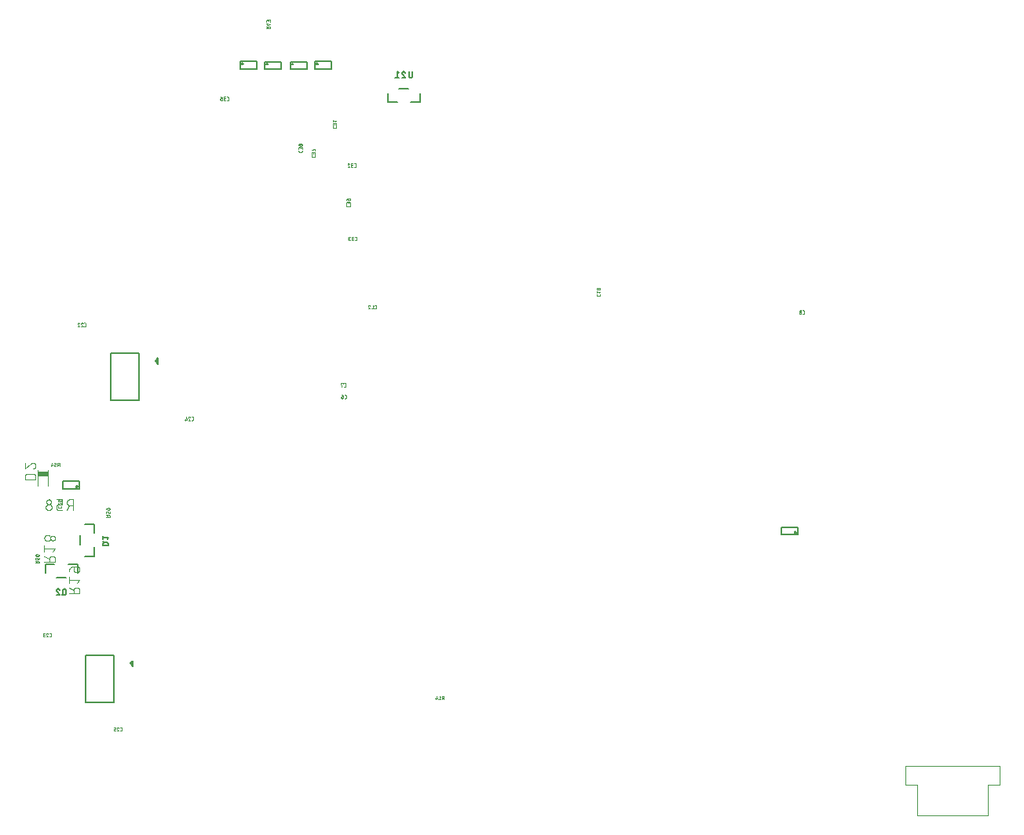
<source format=gbr>
G04 EAGLE Gerber RS-274X export*
G75*
%MOMM*%
%FSLAX34Y34*%
%LPD*%
%INSilkscreen Bottom*%
%IPPOS*%
%AMOC8*
5,1,8,0,0,1.08239X$1,22.5*%
G01*
%ADD10C,0.000000*%
%ADD11C,0.025400*%
%ADD12C,0.127000*%
%ADD13C,0.177800*%
%ADD14C,0.101600*%
%ADD15R,1.100000X0.600000*%


D10*
X963930Y8722D02*
X1040130Y8722D01*
X1040130Y41402D01*
X1052830Y41402D01*
X1052830Y43942D01*
X1052830Y61722D01*
X951230Y61722D01*
X951230Y46482D01*
X951230Y41402D01*
X963930Y41402D01*
X963930Y8722D01*
D11*
X348488Y666073D02*
X348488Y666919D01*
X348488Y666073D02*
X348490Y666018D01*
X348495Y665962D01*
X348504Y665908D01*
X348517Y665854D01*
X348533Y665801D01*
X348552Y665749D01*
X348575Y665698D01*
X348601Y665650D01*
X348631Y665602D01*
X348663Y665557D01*
X348698Y665515D01*
X348736Y665474D01*
X348777Y665436D01*
X348819Y665401D01*
X348864Y665369D01*
X348912Y665339D01*
X348960Y665313D01*
X349011Y665290D01*
X349063Y665271D01*
X349116Y665255D01*
X349170Y665242D01*
X349224Y665233D01*
X349280Y665228D01*
X349335Y665226D01*
X351451Y665226D01*
X351509Y665228D01*
X351566Y665234D01*
X351623Y665244D01*
X351680Y665257D01*
X351735Y665275D01*
X351788Y665296D01*
X351841Y665321D01*
X351891Y665349D01*
X351939Y665381D01*
X351986Y665416D01*
X352029Y665454D01*
X352070Y665495D01*
X352108Y665538D01*
X352143Y665585D01*
X352175Y665633D01*
X352203Y665683D01*
X352228Y665736D01*
X352249Y665789D01*
X352267Y665844D01*
X352280Y665901D01*
X352290Y665958D01*
X352296Y666015D01*
X352298Y666073D01*
X352298Y666919D01*
X348488Y668283D02*
X348488Y669342D01*
X348490Y669406D01*
X348496Y669470D01*
X348505Y669533D01*
X348519Y669595D01*
X348536Y669657D01*
X348557Y669717D01*
X348581Y669776D01*
X348609Y669834D01*
X348641Y669889D01*
X348675Y669943D01*
X348713Y669994D01*
X348754Y670044D01*
X348798Y670090D01*
X348844Y670134D01*
X348894Y670175D01*
X348945Y670213D01*
X348999Y670247D01*
X349054Y670279D01*
X349112Y670307D01*
X349171Y670331D01*
X349231Y670352D01*
X349293Y670369D01*
X349355Y670383D01*
X349418Y670392D01*
X349482Y670398D01*
X349546Y670400D01*
X349610Y670398D01*
X349674Y670392D01*
X349737Y670383D01*
X349799Y670369D01*
X349861Y670352D01*
X349921Y670331D01*
X349980Y670307D01*
X350038Y670279D01*
X350093Y670247D01*
X350147Y670213D01*
X350198Y670175D01*
X350248Y670134D01*
X350294Y670090D01*
X350338Y670044D01*
X350379Y669994D01*
X350417Y669943D01*
X350451Y669889D01*
X350483Y669834D01*
X350511Y669776D01*
X350535Y669717D01*
X350556Y669657D01*
X350573Y669595D01*
X350587Y669533D01*
X350596Y669470D01*
X350602Y669406D01*
X350604Y669342D01*
X352298Y669553D02*
X352298Y668283D01*
X352298Y669553D02*
X352296Y669610D01*
X352290Y669666D01*
X352281Y669722D01*
X352268Y669777D01*
X352251Y669831D01*
X352231Y669884D01*
X352207Y669935D01*
X352180Y669985D01*
X352149Y670032D01*
X352116Y670078D01*
X352079Y670121D01*
X352040Y670162D01*
X351998Y670200D01*
X351953Y670235D01*
X351907Y670267D01*
X351858Y670296D01*
X351808Y670321D01*
X351755Y670343D01*
X351702Y670362D01*
X351647Y670377D01*
X351592Y670388D01*
X351536Y670396D01*
X351479Y670400D01*
X351423Y670400D01*
X351366Y670396D01*
X351310Y670388D01*
X351255Y670377D01*
X351200Y670362D01*
X351147Y670343D01*
X351094Y670321D01*
X351044Y670296D01*
X350995Y670267D01*
X350949Y670235D01*
X350904Y670200D01*
X350862Y670162D01*
X350823Y670121D01*
X350786Y670078D01*
X350753Y670032D01*
X350722Y669985D01*
X350695Y669935D01*
X350671Y669884D01*
X350651Y669831D01*
X350634Y669777D01*
X350621Y669722D01*
X350612Y669666D01*
X350606Y669610D01*
X350604Y669553D01*
X350605Y669553D02*
X350605Y668707D01*
X350181Y672788D02*
X350181Y674058D01*
X350181Y672788D02*
X350183Y672733D01*
X350188Y672677D01*
X350197Y672623D01*
X350210Y672569D01*
X350226Y672516D01*
X350245Y672464D01*
X350268Y672413D01*
X350294Y672365D01*
X350324Y672317D01*
X350356Y672272D01*
X350391Y672230D01*
X350429Y672189D01*
X350470Y672151D01*
X350512Y672116D01*
X350557Y672084D01*
X350605Y672054D01*
X350653Y672028D01*
X350704Y672005D01*
X350756Y671986D01*
X350809Y671970D01*
X350863Y671957D01*
X350917Y671948D01*
X350973Y671943D01*
X351028Y671941D01*
X351240Y671941D01*
X351304Y671943D01*
X351368Y671949D01*
X351431Y671958D01*
X351493Y671972D01*
X351555Y671989D01*
X351615Y672010D01*
X351674Y672034D01*
X351732Y672062D01*
X351787Y672094D01*
X351841Y672128D01*
X351892Y672166D01*
X351942Y672207D01*
X351988Y672251D01*
X352032Y672297D01*
X352073Y672347D01*
X352111Y672398D01*
X352145Y672452D01*
X352177Y672507D01*
X352205Y672565D01*
X352229Y672624D01*
X352250Y672684D01*
X352267Y672746D01*
X352281Y672808D01*
X352290Y672871D01*
X352296Y672935D01*
X352298Y672999D01*
X352296Y673063D01*
X352290Y673127D01*
X352281Y673190D01*
X352267Y673252D01*
X352250Y673314D01*
X352229Y673374D01*
X352205Y673433D01*
X352177Y673491D01*
X352145Y673546D01*
X352111Y673600D01*
X352073Y673651D01*
X352032Y673701D01*
X351988Y673747D01*
X351942Y673791D01*
X351892Y673832D01*
X351841Y673870D01*
X351787Y673904D01*
X351732Y673936D01*
X351674Y673964D01*
X351615Y673988D01*
X351555Y674009D01*
X351493Y674026D01*
X351431Y674040D01*
X351368Y674049D01*
X351304Y674055D01*
X351240Y674057D01*
X351240Y674058D02*
X350181Y674058D01*
X350181Y674057D02*
X350100Y674055D01*
X350020Y674049D01*
X349940Y674040D01*
X349861Y674026D01*
X349782Y674009D01*
X349704Y673988D01*
X349627Y673964D01*
X349552Y673936D01*
X349478Y673904D01*
X349405Y673869D01*
X349335Y673830D01*
X349266Y673788D01*
X349199Y673743D01*
X349134Y673695D01*
X349072Y673643D01*
X349013Y673589D01*
X348956Y673532D01*
X348902Y673473D01*
X348850Y673411D01*
X348802Y673346D01*
X348757Y673279D01*
X348715Y673211D01*
X348676Y673140D01*
X348641Y673067D01*
X348609Y672993D01*
X348581Y672918D01*
X348557Y672841D01*
X348536Y672763D01*
X348519Y672684D01*
X348505Y672605D01*
X348496Y672525D01*
X348490Y672445D01*
X348488Y672364D01*
D12*
X233824Y813880D02*
X233824Y821880D01*
X251824Y821880D01*
X251824Y813880D01*
X233824Y813880D01*
X235617Y819380D02*
X235619Y819433D01*
X235625Y819485D01*
X235635Y819537D01*
X235648Y819588D01*
X235666Y819638D01*
X235687Y819687D01*
X235712Y819734D01*
X235740Y819778D01*
X235771Y819821D01*
X235806Y819861D01*
X235843Y819898D01*
X235883Y819933D01*
X235926Y819964D01*
X235971Y819992D01*
X236017Y820017D01*
X236066Y820038D01*
X236116Y820056D01*
X236167Y820069D01*
X236219Y820079D01*
X236271Y820085D01*
X236324Y820087D01*
X236377Y820085D01*
X236429Y820079D01*
X236481Y820069D01*
X236532Y820056D01*
X236582Y820038D01*
X236631Y820017D01*
X236678Y819992D01*
X236722Y819964D01*
X236765Y819933D01*
X236805Y819898D01*
X236842Y819861D01*
X236877Y819821D01*
X236908Y819778D01*
X236936Y819733D01*
X236961Y819687D01*
X236982Y819638D01*
X237000Y819588D01*
X237013Y819537D01*
X237023Y819485D01*
X237029Y819433D01*
X237031Y819380D01*
X237029Y819327D01*
X237023Y819275D01*
X237013Y819223D01*
X237000Y819172D01*
X236982Y819122D01*
X236961Y819073D01*
X236936Y819026D01*
X236908Y818982D01*
X236877Y818939D01*
X236842Y818899D01*
X236805Y818862D01*
X236765Y818827D01*
X236722Y818796D01*
X236677Y818768D01*
X236631Y818743D01*
X236582Y818722D01*
X236532Y818704D01*
X236481Y818691D01*
X236429Y818681D01*
X236377Y818675D01*
X236324Y818673D01*
X236271Y818675D01*
X236219Y818681D01*
X236167Y818691D01*
X236116Y818704D01*
X236066Y818722D01*
X236017Y818743D01*
X235970Y818768D01*
X235926Y818796D01*
X235883Y818827D01*
X235843Y818862D01*
X235806Y818899D01*
X235771Y818939D01*
X235740Y818982D01*
X235712Y819027D01*
X235687Y819073D01*
X235666Y819122D01*
X235648Y819172D01*
X235635Y819223D01*
X235625Y819275D01*
X235619Y819327D01*
X235617Y819380D01*
X260494Y821626D02*
X260494Y813626D01*
X260494Y821626D02*
X278494Y821626D01*
X278494Y813626D01*
X260494Y813626D01*
X262287Y819126D02*
X262289Y819179D01*
X262295Y819231D01*
X262305Y819283D01*
X262318Y819334D01*
X262336Y819384D01*
X262357Y819433D01*
X262382Y819480D01*
X262410Y819524D01*
X262441Y819567D01*
X262476Y819607D01*
X262513Y819644D01*
X262553Y819679D01*
X262596Y819710D01*
X262641Y819738D01*
X262687Y819763D01*
X262736Y819784D01*
X262786Y819802D01*
X262837Y819815D01*
X262889Y819825D01*
X262941Y819831D01*
X262994Y819833D01*
X263047Y819831D01*
X263099Y819825D01*
X263151Y819815D01*
X263202Y819802D01*
X263252Y819784D01*
X263301Y819763D01*
X263348Y819738D01*
X263392Y819710D01*
X263435Y819679D01*
X263475Y819644D01*
X263512Y819607D01*
X263547Y819567D01*
X263578Y819524D01*
X263606Y819479D01*
X263631Y819433D01*
X263652Y819384D01*
X263670Y819334D01*
X263683Y819283D01*
X263693Y819231D01*
X263699Y819179D01*
X263701Y819126D01*
X263699Y819073D01*
X263693Y819021D01*
X263683Y818969D01*
X263670Y818918D01*
X263652Y818868D01*
X263631Y818819D01*
X263606Y818772D01*
X263578Y818728D01*
X263547Y818685D01*
X263512Y818645D01*
X263475Y818608D01*
X263435Y818573D01*
X263392Y818542D01*
X263347Y818514D01*
X263301Y818489D01*
X263252Y818468D01*
X263202Y818450D01*
X263151Y818437D01*
X263099Y818427D01*
X263047Y818421D01*
X262994Y818419D01*
X262941Y818421D01*
X262889Y818427D01*
X262837Y818437D01*
X262786Y818450D01*
X262736Y818468D01*
X262687Y818489D01*
X262640Y818514D01*
X262596Y818542D01*
X262553Y818573D01*
X262513Y818608D01*
X262476Y818645D01*
X262441Y818685D01*
X262410Y818728D01*
X262382Y818773D01*
X262357Y818819D01*
X262336Y818868D01*
X262318Y818918D01*
X262305Y818969D01*
X262295Y819021D01*
X262289Y819073D01*
X262287Y819126D01*
X287926Y821626D02*
X287926Y813626D01*
X287926Y821626D02*
X305926Y821626D01*
X305926Y813626D01*
X287926Y813626D01*
X289719Y819126D02*
X289721Y819179D01*
X289727Y819231D01*
X289737Y819283D01*
X289750Y819334D01*
X289768Y819384D01*
X289789Y819433D01*
X289814Y819480D01*
X289842Y819524D01*
X289873Y819567D01*
X289908Y819607D01*
X289945Y819644D01*
X289985Y819679D01*
X290028Y819710D01*
X290073Y819738D01*
X290119Y819763D01*
X290168Y819784D01*
X290218Y819802D01*
X290269Y819815D01*
X290321Y819825D01*
X290373Y819831D01*
X290426Y819833D01*
X290479Y819831D01*
X290531Y819825D01*
X290583Y819815D01*
X290634Y819802D01*
X290684Y819784D01*
X290733Y819763D01*
X290780Y819738D01*
X290824Y819710D01*
X290867Y819679D01*
X290907Y819644D01*
X290944Y819607D01*
X290979Y819567D01*
X291010Y819524D01*
X291038Y819479D01*
X291063Y819433D01*
X291084Y819384D01*
X291102Y819334D01*
X291115Y819283D01*
X291125Y819231D01*
X291131Y819179D01*
X291133Y819126D01*
X291131Y819073D01*
X291125Y819021D01*
X291115Y818969D01*
X291102Y818918D01*
X291084Y818868D01*
X291063Y818819D01*
X291038Y818772D01*
X291010Y818728D01*
X290979Y818685D01*
X290944Y818645D01*
X290907Y818608D01*
X290867Y818573D01*
X290824Y818542D01*
X290779Y818514D01*
X290733Y818489D01*
X290684Y818468D01*
X290634Y818450D01*
X290583Y818437D01*
X290531Y818427D01*
X290479Y818421D01*
X290426Y818419D01*
X290373Y818421D01*
X290321Y818427D01*
X290269Y818437D01*
X290218Y818450D01*
X290168Y818468D01*
X290119Y818489D01*
X290072Y818514D01*
X290028Y818542D01*
X289985Y818573D01*
X289945Y818608D01*
X289908Y818645D01*
X289873Y818685D01*
X289842Y818728D01*
X289814Y818773D01*
X289789Y818819D01*
X289768Y818868D01*
X289750Y818918D01*
X289737Y818969D01*
X289727Y819021D01*
X289721Y819073D01*
X289719Y819126D01*
X314342Y821880D02*
X314342Y813880D01*
X314342Y821880D02*
X332342Y821880D01*
X332342Y813880D01*
X314342Y813880D01*
X316135Y819380D02*
X316137Y819433D01*
X316143Y819485D01*
X316153Y819537D01*
X316166Y819588D01*
X316184Y819638D01*
X316205Y819687D01*
X316230Y819734D01*
X316258Y819778D01*
X316289Y819821D01*
X316324Y819861D01*
X316361Y819898D01*
X316401Y819933D01*
X316444Y819964D01*
X316489Y819992D01*
X316535Y820017D01*
X316584Y820038D01*
X316634Y820056D01*
X316685Y820069D01*
X316737Y820079D01*
X316789Y820085D01*
X316842Y820087D01*
X316895Y820085D01*
X316947Y820079D01*
X316999Y820069D01*
X317050Y820056D01*
X317100Y820038D01*
X317149Y820017D01*
X317196Y819992D01*
X317240Y819964D01*
X317283Y819933D01*
X317323Y819898D01*
X317360Y819861D01*
X317395Y819821D01*
X317426Y819778D01*
X317454Y819733D01*
X317479Y819687D01*
X317500Y819638D01*
X317518Y819588D01*
X317531Y819537D01*
X317541Y819485D01*
X317547Y819433D01*
X317549Y819380D01*
X317547Y819327D01*
X317541Y819275D01*
X317531Y819223D01*
X317518Y819172D01*
X317500Y819122D01*
X317479Y819073D01*
X317454Y819026D01*
X317426Y818982D01*
X317395Y818939D01*
X317360Y818899D01*
X317323Y818862D01*
X317283Y818827D01*
X317240Y818796D01*
X317195Y818768D01*
X317149Y818743D01*
X317100Y818722D01*
X317050Y818704D01*
X316999Y818691D01*
X316947Y818681D01*
X316895Y818675D01*
X316842Y818673D01*
X316789Y818675D01*
X316737Y818681D01*
X316685Y818691D01*
X316634Y818704D01*
X316584Y818722D01*
X316535Y818743D01*
X316488Y818768D01*
X316444Y818796D01*
X316401Y818827D01*
X316361Y818862D01*
X316324Y818899D01*
X316289Y818939D01*
X316258Y818982D01*
X316230Y819027D01*
X316205Y819073D01*
X316184Y819122D01*
X316166Y819172D01*
X316153Y819223D01*
X316143Y819275D01*
X316137Y819327D01*
X316135Y819380D01*
X392964Y777741D02*
X395464Y777741D01*
X392964Y777741D02*
X392964Y787741D01*
X405464Y792741D02*
X415464Y792741D01*
X427964Y787741D02*
X427964Y777741D01*
X402964Y777741D02*
X395464Y777741D01*
X417964Y777741D02*
X427964Y777741D01*
D13*
X419665Y806330D02*
X419665Y810916D01*
X419665Y806330D02*
X419663Y806247D01*
X419657Y806165D01*
X419648Y806083D01*
X419634Y806001D01*
X419617Y805920D01*
X419596Y805840D01*
X419571Y805761D01*
X419542Y805684D01*
X419510Y805607D01*
X419475Y805533D01*
X419436Y805460D01*
X419393Y805389D01*
X419347Y805320D01*
X419298Y805253D01*
X419246Y805189D01*
X419191Y805127D01*
X419134Y805068D01*
X419073Y805012D01*
X419010Y804958D01*
X418945Y804908D01*
X418877Y804860D01*
X418807Y804816D01*
X418735Y804776D01*
X418661Y804738D01*
X418586Y804704D01*
X418509Y804674D01*
X418430Y804647D01*
X418351Y804624D01*
X418270Y804605D01*
X418189Y804590D01*
X418107Y804578D01*
X418025Y804570D01*
X417942Y804566D01*
X417860Y804566D01*
X417777Y804570D01*
X417695Y804578D01*
X417613Y804590D01*
X417532Y804605D01*
X417451Y804624D01*
X417372Y804647D01*
X417293Y804674D01*
X417216Y804704D01*
X417141Y804738D01*
X417067Y804776D01*
X416995Y804816D01*
X416925Y804860D01*
X416857Y804908D01*
X416792Y804958D01*
X416729Y805012D01*
X416668Y805068D01*
X416611Y805127D01*
X416556Y805189D01*
X416504Y805253D01*
X416455Y805320D01*
X416409Y805389D01*
X416366Y805460D01*
X416327Y805533D01*
X416292Y805607D01*
X416260Y805684D01*
X416231Y805761D01*
X416206Y805840D01*
X416185Y805920D01*
X416168Y806001D01*
X416154Y806083D01*
X416145Y806165D01*
X416139Y806247D01*
X416137Y806330D01*
X416137Y810916D01*
X410166Y810917D02*
X410088Y810915D01*
X410010Y810909D01*
X409933Y810900D01*
X409856Y810886D01*
X409780Y810869D01*
X409705Y810849D01*
X409631Y810824D01*
X409558Y810796D01*
X409487Y810765D01*
X409417Y810729D01*
X409350Y810691D01*
X409284Y810649D01*
X409220Y810604D01*
X409159Y810557D01*
X409100Y810506D01*
X409043Y810452D01*
X408989Y810395D01*
X408938Y810336D01*
X408891Y810275D01*
X408846Y810211D01*
X408804Y810145D01*
X408766Y810078D01*
X408730Y810008D01*
X408699Y809937D01*
X408671Y809864D01*
X408646Y809790D01*
X408626Y809715D01*
X408609Y809639D01*
X408595Y809562D01*
X408586Y809485D01*
X408580Y809407D01*
X408578Y809329D01*
X410166Y810916D02*
X410254Y810914D01*
X410343Y810908D01*
X410431Y810899D01*
X410518Y810885D01*
X410605Y810868D01*
X410691Y810847D01*
X410776Y810823D01*
X410859Y810795D01*
X410942Y810763D01*
X411023Y810727D01*
X411102Y810688D01*
X411180Y810646D01*
X411256Y810600D01*
X411329Y810552D01*
X411401Y810500D01*
X411470Y810445D01*
X411537Y810387D01*
X411601Y810326D01*
X411662Y810262D01*
X411721Y810196D01*
X411777Y810127D01*
X411829Y810056D01*
X411879Y809983D01*
X411925Y809908D01*
X411968Y809831D01*
X412008Y809752D01*
X412044Y809671D01*
X412077Y809589D01*
X412106Y809505D01*
X409107Y808094D02*
X409050Y808152D01*
X408995Y808212D01*
X408943Y808274D01*
X408895Y808339D01*
X408849Y808407D01*
X408807Y808476D01*
X408768Y808547D01*
X408732Y808620D01*
X408700Y808695D01*
X408672Y808771D01*
X408647Y808848D01*
X408626Y808927D01*
X408609Y809006D01*
X408595Y809086D01*
X408586Y809167D01*
X408580Y809248D01*
X408578Y809329D01*
X409107Y808094D02*
X412106Y804566D01*
X408578Y804566D01*
X404791Y809505D02*
X403027Y810916D01*
X403027Y804566D01*
X404791Y804566D02*
X401263Y804566D01*
D12*
X76207Y290435D02*
X76207Y287935D01*
X66207Y287935D01*
X61207Y300435D02*
X61207Y310435D01*
X66207Y322935D02*
X76207Y322935D01*
X76207Y297935D02*
X76207Y290435D01*
X76207Y312935D02*
X76207Y322935D01*
D13*
X87595Y299274D02*
X90417Y299274D01*
X90500Y299276D01*
X90582Y299282D01*
X90664Y299291D01*
X90746Y299305D01*
X90827Y299322D01*
X90907Y299343D01*
X90986Y299368D01*
X91063Y299397D01*
X91140Y299429D01*
X91214Y299464D01*
X91287Y299503D01*
X91358Y299546D01*
X91427Y299592D01*
X91494Y299641D01*
X91558Y299693D01*
X91620Y299748D01*
X91679Y299805D01*
X91735Y299866D01*
X91789Y299929D01*
X91839Y299994D01*
X91887Y300062D01*
X91931Y300132D01*
X91971Y300204D01*
X92009Y300278D01*
X92043Y300353D01*
X92073Y300430D01*
X92100Y300509D01*
X92123Y300588D01*
X92142Y300669D01*
X92157Y300750D01*
X92169Y300832D01*
X92177Y300914D01*
X92181Y300997D01*
X92181Y301079D01*
X92177Y301162D01*
X92169Y301244D01*
X92157Y301326D01*
X92142Y301407D01*
X92123Y301488D01*
X92100Y301567D01*
X92073Y301646D01*
X92043Y301723D01*
X92009Y301798D01*
X91971Y301872D01*
X91931Y301944D01*
X91887Y302014D01*
X91839Y302082D01*
X91789Y302147D01*
X91735Y302210D01*
X91679Y302271D01*
X91620Y302328D01*
X91558Y302383D01*
X91494Y302435D01*
X91427Y302484D01*
X91358Y302530D01*
X91287Y302573D01*
X91214Y302612D01*
X91140Y302647D01*
X91063Y302679D01*
X90986Y302708D01*
X90907Y302733D01*
X90827Y302754D01*
X90746Y302771D01*
X90664Y302785D01*
X90582Y302794D01*
X90500Y302800D01*
X90417Y302802D01*
X87595Y302802D01*
X87512Y302800D01*
X87430Y302794D01*
X87348Y302785D01*
X87266Y302771D01*
X87185Y302754D01*
X87105Y302733D01*
X87026Y302708D01*
X86949Y302679D01*
X86872Y302647D01*
X86798Y302612D01*
X86725Y302573D01*
X86654Y302530D01*
X86585Y302484D01*
X86518Y302435D01*
X86454Y302383D01*
X86392Y302328D01*
X86333Y302271D01*
X86277Y302210D01*
X86223Y302147D01*
X86173Y302082D01*
X86125Y302014D01*
X86081Y301944D01*
X86041Y301872D01*
X86003Y301798D01*
X85969Y301723D01*
X85939Y301646D01*
X85912Y301567D01*
X85889Y301488D01*
X85870Y301407D01*
X85855Y301326D01*
X85843Y301244D01*
X85835Y301162D01*
X85831Y301079D01*
X85831Y300997D01*
X85835Y300914D01*
X85843Y300832D01*
X85855Y300750D01*
X85870Y300669D01*
X85889Y300588D01*
X85912Y300509D01*
X85939Y300430D01*
X85969Y300353D01*
X86003Y300278D01*
X86041Y300204D01*
X86081Y300132D01*
X86125Y300062D01*
X86173Y299994D01*
X86223Y299929D01*
X86277Y299866D01*
X86333Y299805D01*
X86392Y299748D01*
X86454Y299693D01*
X86518Y299641D01*
X86585Y299592D01*
X86654Y299546D01*
X86725Y299503D01*
X86798Y299464D01*
X86872Y299429D01*
X86949Y299397D01*
X87026Y299368D01*
X87105Y299343D01*
X87185Y299322D01*
X87266Y299305D01*
X87348Y299291D01*
X87430Y299282D01*
X87512Y299276D01*
X87595Y299274D01*
X87242Y302096D02*
X85831Y303508D01*
X90770Y306036D02*
X92181Y307800D01*
X85831Y307800D01*
X85831Y306036D02*
X85831Y309564D01*
D12*
X58775Y279661D02*
X56275Y279661D01*
X58775Y279661D02*
X58775Y269661D01*
X46275Y264661D02*
X36275Y264661D01*
X23775Y269661D02*
X23775Y279661D01*
X48775Y279661D02*
X56275Y279661D01*
X33775Y279661D02*
X23775Y279661D01*
D13*
X46420Y251072D02*
X46420Y248250D01*
X46420Y251072D02*
X46418Y251155D01*
X46412Y251237D01*
X46403Y251319D01*
X46389Y251401D01*
X46372Y251482D01*
X46351Y251562D01*
X46326Y251641D01*
X46297Y251718D01*
X46265Y251795D01*
X46230Y251869D01*
X46191Y251942D01*
X46148Y252013D01*
X46102Y252082D01*
X46053Y252149D01*
X46001Y252213D01*
X45946Y252275D01*
X45889Y252334D01*
X45828Y252390D01*
X45765Y252444D01*
X45700Y252494D01*
X45632Y252542D01*
X45562Y252586D01*
X45490Y252626D01*
X45416Y252664D01*
X45341Y252698D01*
X45264Y252728D01*
X45185Y252755D01*
X45106Y252778D01*
X45025Y252797D01*
X44944Y252812D01*
X44862Y252824D01*
X44780Y252832D01*
X44697Y252836D01*
X44615Y252836D01*
X44532Y252832D01*
X44450Y252824D01*
X44368Y252812D01*
X44287Y252797D01*
X44206Y252778D01*
X44127Y252755D01*
X44048Y252728D01*
X43971Y252698D01*
X43896Y252664D01*
X43822Y252626D01*
X43750Y252586D01*
X43680Y252542D01*
X43612Y252494D01*
X43547Y252444D01*
X43484Y252390D01*
X43423Y252334D01*
X43366Y252275D01*
X43311Y252213D01*
X43259Y252149D01*
X43210Y252082D01*
X43164Y252013D01*
X43121Y251942D01*
X43082Y251869D01*
X43047Y251795D01*
X43015Y251718D01*
X42986Y251641D01*
X42961Y251562D01*
X42940Y251482D01*
X42923Y251401D01*
X42909Y251319D01*
X42900Y251237D01*
X42894Y251155D01*
X42892Y251072D01*
X42892Y248250D01*
X42894Y248167D01*
X42900Y248085D01*
X42909Y248003D01*
X42923Y247921D01*
X42940Y247840D01*
X42961Y247760D01*
X42986Y247681D01*
X43015Y247604D01*
X43047Y247527D01*
X43082Y247453D01*
X43121Y247380D01*
X43164Y247309D01*
X43210Y247240D01*
X43259Y247173D01*
X43311Y247109D01*
X43366Y247047D01*
X43423Y246988D01*
X43484Y246932D01*
X43547Y246878D01*
X43612Y246828D01*
X43680Y246780D01*
X43750Y246736D01*
X43822Y246696D01*
X43896Y246658D01*
X43971Y246624D01*
X44048Y246594D01*
X44127Y246567D01*
X44206Y246544D01*
X44287Y246525D01*
X44368Y246510D01*
X44450Y246498D01*
X44532Y246490D01*
X44615Y246486D01*
X44697Y246486D01*
X44780Y246490D01*
X44862Y246498D01*
X44944Y246510D01*
X45025Y246525D01*
X45106Y246544D01*
X45185Y246567D01*
X45264Y246594D01*
X45341Y246624D01*
X45416Y246658D01*
X45490Y246696D01*
X45562Y246736D01*
X45632Y246780D01*
X45700Y246828D01*
X45765Y246878D01*
X45828Y246932D01*
X45889Y246988D01*
X45946Y247047D01*
X46001Y247109D01*
X46053Y247173D01*
X46102Y247240D01*
X46148Y247309D01*
X46191Y247380D01*
X46230Y247453D01*
X46265Y247527D01*
X46297Y247604D01*
X46326Y247681D01*
X46351Y247760D01*
X46372Y247840D01*
X46389Y247921D01*
X46403Y248003D01*
X46412Y248085D01*
X46418Y248167D01*
X46420Y248250D01*
X43598Y247897D02*
X42187Y246486D01*
X36130Y251249D02*
X36132Y251327D01*
X36138Y251405D01*
X36147Y251482D01*
X36161Y251559D01*
X36178Y251635D01*
X36198Y251710D01*
X36223Y251784D01*
X36251Y251857D01*
X36282Y251928D01*
X36318Y251998D01*
X36356Y252065D01*
X36398Y252131D01*
X36443Y252195D01*
X36490Y252256D01*
X36541Y252315D01*
X36595Y252372D01*
X36652Y252426D01*
X36711Y252477D01*
X36772Y252524D01*
X36836Y252569D01*
X36902Y252611D01*
X36969Y252649D01*
X37039Y252685D01*
X37110Y252716D01*
X37183Y252744D01*
X37257Y252769D01*
X37332Y252789D01*
X37408Y252806D01*
X37485Y252820D01*
X37562Y252829D01*
X37640Y252835D01*
X37718Y252837D01*
X37718Y252836D02*
X37806Y252834D01*
X37895Y252828D01*
X37983Y252819D01*
X38070Y252805D01*
X38157Y252788D01*
X38243Y252767D01*
X38328Y252743D01*
X38411Y252715D01*
X38494Y252683D01*
X38575Y252647D01*
X38654Y252608D01*
X38732Y252566D01*
X38808Y252520D01*
X38881Y252472D01*
X38953Y252420D01*
X39022Y252365D01*
X39089Y252307D01*
X39153Y252246D01*
X39214Y252182D01*
X39273Y252116D01*
X39329Y252047D01*
X39381Y251976D01*
X39431Y251903D01*
X39477Y251828D01*
X39520Y251751D01*
X39560Y251672D01*
X39596Y251591D01*
X39629Y251509D01*
X39658Y251425D01*
X36659Y250014D02*
X36602Y250072D01*
X36547Y250132D01*
X36495Y250194D01*
X36447Y250259D01*
X36401Y250327D01*
X36359Y250396D01*
X36320Y250467D01*
X36284Y250540D01*
X36252Y250615D01*
X36224Y250691D01*
X36199Y250768D01*
X36178Y250847D01*
X36161Y250926D01*
X36147Y251006D01*
X36138Y251087D01*
X36132Y251168D01*
X36130Y251249D01*
X36659Y250014D02*
X39658Y246486D01*
X36130Y246486D01*
D12*
X60308Y360744D02*
X60308Y368744D01*
X60308Y360744D02*
X42308Y360744D01*
X42308Y368744D01*
X60308Y368744D01*
X57101Y363244D02*
X57103Y363297D01*
X57109Y363349D01*
X57119Y363401D01*
X57132Y363452D01*
X57150Y363502D01*
X57171Y363551D01*
X57196Y363598D01*
X57224Y363642D01*
X57255Y363685D01*
X57290Y363725D01*
X57327Y363762D01*
X57367Y363797D01*
X57410Y363828D01*
X57455Y363856D01*
X57501Y363881D01*
X57550Y363902D01*
X57600Y363920D01*
X57651Y363933D01*
X57703Y363943D01*
X57755Y363949D01*
X57808Y363951D01*
X57861Y363949D01*
X57913Y363943D01*
X57965Y363933D01*
X58016Y363920D01*
X58066Y363902D01*
X58115Y363881D01*
X58162Y363856D01*
X58206Y363828D01*
X58249Y363797D01*
X58289Y363762D01*
X58326Y363725D01*
X58361Y363685D01*
X58392Y363642D01*
X58420Y363597D01*
X58445Y363551D01*
X58466Y363502D01*
X58484Y363452D01*
X58497Y363401D01*
X58507Y363349D01*
X58513Y363297D01*
X58515Y363244D01*
X58513Y363191D01*
X58507Y363139D01*
X58497Y363087D01*
X58484Y363036D01*
X58466Y362986D01*
X58445Y362937D01*
X58420Y362890D01*
X58392Y362846D01*
X58361Y362803D01*
X58326Y362763D01*
X58289Y362726D01*
X58249Y362691D01*
X58206Y362660D01*
X58161Y362632D01*
X58115Y362607D01*
X58066Y362586D01*
X58016Y362568D01*
X57965Y362555D01*
X57913Y362545D01*
X57861Y362539D01*
X57808Y362537D01*
X57755Y362539D01*
X57703Y362545D01*
X57651Y362555D01*
X57600Y362568D01*
X57550Y362586D01*
X57501Y362607D01*
X57454Y362632D01*
X57410Y362660D01*
X57367Y362691D01*
X57327Y362726D01*
X57290Y362763D01*
X57255Y362803D01*
X57224Y362846D01*
X57196Y362891D01*
X57171Y362937D01*
X57150Y362986D01*
X57132Y363036D01*
X57119Y363087D01*
X57109Y363139D01*
X57103Y363191D01*
X57101Y363244D01*
X835008Y319468D02*
X835008Y311468D01*
X817008Y311468D01*
X817008Y319468D01*
X835008Y319468D01*
X831801Y313968D02*
X831803Y314021D01*
X831809Y314073D01*
X831819Y314125D01*
X831832Y314176D01*
X831850Y314226D01*
X831871Y314275D01*
X831896Y314322D01*
X831924Y314366D01*
X831955Y314409D01*
X831990Y314449D01*
X832027Y314486D01*
X832067Y314521D01*
X832110Y314552D01*
X832155Y314580D01*
X832201Y314605D01*
X832250Y314626D01*
X832300Y314644D01*
X832351Y314657D01*
X832403Y314667D01*
X832455Y314673D01*
X832508Y314675D01*
X832561Y314673D01*
X832613Y314667D01*
X832665Y314657D01*
X832716Y314644D01*
X832766Y314626D01*
X832815Y314605D01*
X832862Y314580D01*
X832906Y314552D01*
X832949Y314521D01*
X832989Y314486D01*
X833026Y314449D01*
X833061Y314409D01*
X833092Y314366D01*
X833120Y314321D01*
X833145Y314275D01*
X833166Y314226D01*
X833184Y314176D01*
X833197Y314125D01*
X833207Y314073D01*
X833213Y314021D01*
X833215Y313968D01*
X833213Y313915D01*
X833207Y313863D01*
X833197Y313811D01*
X833184Y313760D01*
X833166Y313710D01*
X833145Y313661D01*
X833120Y313614D01*
X833092Y313570D01*
X833061Y313527D01*
X833026Y313487D01*
X832989Y313450D01*
X832949Y313415D01*
X832906Y313384D01*
X832861Y313356D01*
X832815Y313331D01*
X832766Y313310D01*
X832716Y313292D01*
X832665Y313279D01*
X832613Y313269D01*
X832561Y313263D01*
X832508Y313261D01*
X832455Y313263D01*
X832403Y313269D01*
X832351Y313279D01*
X832300Y313292D01*
X832250Y313310D01*
X832201Y313331D01*
X832154Y313356D01*
X832110Y313384D01*
X832067Y313415D01*
X832027Y313450D01*
X831990Y313487D01*
X831955Y313527D01*
X831924Y313570D01*
X831896Y313615D01*
X831871Y313661D01*
X831850Y313710D01*
X831832Y313760D01*
X831819Y313811D01*
X831809Y313863D01*
X831803Y313915D01*
X831801Y313968D01*
D11*
X347100Y458343D02*
X346254Y458343D01*
X347100Y458343D02*
X347155Y458345D01*
X347211Y458350D01*
X347265Y458359D01*
X347319Y458372D01*
X347372Y458388D01*
X347424Y458407D01*
X347475Y458430D01*
X347524Y458456D01*
X347571Y458486D01*
X347616Y458518D01*
X347658Y458553D01*
X347699Y458591D01*
X347737Y458632D01*
X347772Y458674D01*
X347804Y458719D01*
X347834Y458767D01*
X347860Y458815D01*
X347883Y458866D01*
X347902Y458918D01*
X347918Y458971D01*
X347931Y459025D01*
X347940Y459079D01*
X347945Y459135D01*
X347947Y459190D01*
X347947Y461306D01*
X347945Y461364D01*
X347939Y461421D01*
X347929Y461478D01*
X347916Y461535D01*
X347898Y461590D01*
X347877Y461643D01*
X347852Y461696D01*
X347824Y461746D01*
X347792Y461794D01*
X347757Y461841D01*
X347719Y461884D01*
X347678Y461925D01*
X347635Y461963D01*
X347588Y461998D01*
X347540Y462030D01*
X347490Y462058D01*
X347437Y462083D01*
X347384Y462104D01*
X347329Y462122D01*
X347272Y462135D01*
X347215Y462145D01*
X347158Y462151D01*
X347100Y462153D01*
X346254Y462153D01*
X344890Y460460D02*
X343620Y460460D01*
X343562Y460458D01*
X343505Y460452D01*
X343448Y460442D01*
X343391Y460429D01*
X343336Y460411D01*
X343283Y460390D01*
X343230Y460365D01*
X343180Y460337D01*
X343132Y460305D01*
X343085Y460270D01*
X343042Y460232D01*
X343001Y460191D01*
X342963Y460148D01*
X342928Y460101D01*
X342896Y460053D01*
X342868Y460003D01*
X342843Y459950D01*
X342822Y459897D01*
X342804Y459842D01*
X342791Y459785D01*
X342781Y459728D01*
X342775Y459671D01*
X342773Y459613D01*
X342773Y459401D01*
X342775Y459337D01*
X342781Y459273D01*
X342790Y459210D01*
X342804Y459148D01*
X342821Y459086D01*
X342842Y459026D01*
X342866Y458967D01*
X342894Y458909D01*
X342926Y458854D01*
X342960Y458800D01*
X342998Y458749D01*
X343039Y458699D01*
X343083Y458653D01*
X343129Y458609D01*
X343179Y458568D01*
X343230Y458530D01*
X343284Y458496D01*
X343339Y458464D01*
X343397Y458436D01*
X343456Y458412D01*
X343516Y458391D01*
X343578Y458374D01*
X343640Y458360D01*
X343703Y458351D01*
X343767Y458345D01*
X343831Y458343D01*
X343895Y458345D01*
X343959Y458351D01*
X344022Y458360D01*
X344084Y458374D01*
X344146Y458391D01*
X344206Y458412D01*
X344265Y458436D01*
X344323Y458464D01*
X344378Y458496D01*
X344432Y458530D01*
X344483Y458568D01*
X344533Y458609D01*
X344579Y458653D01*
X344623Y458699D01*
X344664Y458749D01*
X344702Y458800D01*
X344736Y458854D01*
X344768Y458909D01*
X344796Y458967D01*
X344820Y459026D01*
X344841Y459086D01*
X344858Y459148D01*
X344872Y459210D01*
X344881Y459273D01*
X344887Y459337D01*
X344889Y459401D01*
X344890Y459401D02*
X344890Y460460D01*
X344889Y460460D02*
X344887Y460541D01*
X344881Y460621D01*
X344872Y460701D01*
X344858Y460780D01*
X344841Y460859D01*
X344820Y460937D01*
X344796Y461014D01*
X344768Y461089D01*
X344736Y461163D01*
X344701Y461236D01*
X344662Y461307D01*
X344620Y461375D01*
X344575Y461442D01*
X344527Y461507D01*
X344475Y461569D01*
X344421Y461628D01*
X344364Y461685D01*
X344305Y461739D01*
X344243Y461791D01*
X344178Y461839D01*
X344111Y461884D01*
X344043Y461926D01*
X343972Y461965D01*
X343899Y462000D01*
X343825Y462032D01*
X343750Y462060D01*
X343673Y462084D01*
X343595Y462105D01*
X343516Y462122D01*
X343437Y462136D01*
X343357Y462145D01*
X343277Y462151D01*
X343196Y462153D01*
X346000Y470789D02*
X346846Y470789D01*
X346901Y470791D01*
X346957Y470796D01*
X347011Y470805D01*
X347065Y470818D01*
X347118Y470834D01*
X347170Y470853D01*
X347221Y470876D01*
X347270Y470902D01*
X347317Y470932D01*
X347362Y470964D01*
X347404Y470999D01*
X347445Y471037D01*
X347483Y471078D01*
X347518Y471120D01*
X347550Y471165D01*
X347580Y471213D01*
X347606Y471261D01*
X347629Y471312D01*
X347648Y471364D01*
X347664Y471417D01*
X347677Y471471D01*
X347686Y471525D01*
X347691Y471581D01*
X347693Y471636D01*
X347693Y473752D01*
X347691Y473810D01*
X347685Y473867D01*
X347675Y473924D01*
X347662Y473981D01*
X347644Y474036D01*
X347623Y474089D01*
X347598Y474142D01*
X347570Y474192D01*
X347538Y474240D01*
X347503Y474287D01*
X347465Y474330D01*
X347424Y474371D01*
X347381Y474409D01*
X347334Y474444D01*
X347286Y474476D01*
X347236Y474504D01*
X347183Y474529D01*
X347130Y474550D01*
X347075Y474568D01*
X347018Y474581D01*
X346961Y474591D01*
X346904Y474597D01*
X346846Y474599D01*
X346000Y474599D01*
X344636Y474599D02*
X344636Y474176D01*
X344636Y474599D02*
X342519Y474599D01*
X343577Y470789D01*
X840284Y549529D02*
X841130Y549529D01*
X841185Y549531D01*
X841241Y549536D01*
X841295Y549545D01*
X841349Y549558D01*
X841402Y549574D01*
X841454Y549593D01*
X841505Y549616D01*
X841554Y549642D01*
X841601Y549672D01*
X841646Y549704D01*
X841688Y549739D01*
X841729Y549777D01*
X841767Y549818D01*
X841802Y549860D01*
X841834Y549905D01*
X841864Y549953D01*
X841890Y550001D01*
X841913Y550052D01*
X841932Y550104D01*
X841948Y550157D01*
X841961Y550211D01*
X841970Y550265D01*
X841975Y550321D01*
X841977Y550376D01*
X841977Y552492D01*
X841975Y552550D01*
X841969Y552607D01*
X841959Y552664D01*
X841946Y552721D01*
X841928Y552776D01*
X841907Y552829D01*
X841882Y552882D01*
X841854Y552932D01*
X841822Y552980D01*
X841787Y553027D01*
X841749Y553070D01*
X841708Y553111D01*
X841665Y553149D01*
X841618Y553184D01*
X841570Y553216D01*
X841520Y553244D01*
X841467Y553269D01*
X841414Y553290D01*
X841359Y553308D01*
X841302Y553321D01*
X841245Y553331D01*
X841188Y553337D01*
X841130Y553339D01*
X840284Y553339D01*
X838919Y550587D02*
X838917Y550651D01*
X838911Y550715D01*
X838902Y550778D01*
X838888Y550840D01*
X838871Y550902D01*
X838850Y550962D01*
X838826Y551021D01*
X838798Y551079D01*
X838766Y551134D01*
X838732Y551188D01*
X838694Y551239D01*
X838653Y551289D01*
X838609Y551335D01*
X838563Y551379D01*
X838513Y551420D01*
X838462Y551458D01*
X838408Y551492D01*
X838353Y551524D01*
X838295Y551552D01*
X838236Y551576D01*
X838176Y551597D01*
X838114Y551614D01*
X838052Y551628D01*
X837989Y551637D01*
X837925Y551643D01*
X837861Y551645D01*
X837797Y551643D01*
X837733Y551637D01*
X837670Y551628D01*
X837608Y551614D01*
X837546Y551597D01*
X837486Y551576D01*
X837427Y551552D01*
X837369Y551524D01*
X837314Y551492D01*
X837260Y551458D01*
X837209Y551420D01*
X837159Y551379D01*
X837113Y551335D01*
X837069Y551289D01*
X837028Y551239D01*
X836990Y551188D01*
X836956Y551134D01*
X836924Y551079D01*
X836896Y551021D01*
X836872Y550962D01*
X836851Y550902D01*
X836834Y550840D01*
X836820Y550778D01*
X836811Y550715D01*
X836805Y550651D01*
X836803Y550587D01*
X836805Y550523D01*
X836811Y550459D01*
X836820Y550396D01*
X836834Y550334D01*
X836851Y550272D01*
X836872Y550212D01*
X836896Y550153D01*
X836924Y550095D01*
X836956Y550040D01*
X836990Y549986D01*
X837028Y549935D01*
X837069Y549885D01*
X837113Y549839D01*
X837159Y549795D01*
X837209Y549754D01*
X837260Y549716D01*
X837314Y549682D01*
X837369Y549650D01*
X837427Y549622D01*
X837486Y549598D01*
X837546Y549577D01*
X837608Y549560D01*
X837670Y549546D01*
X837733Y549537D01*
X837797Y549531D01*
X837861Y549529D01*
X837925Y549531D01*
X837989Y549537D01*
X838052Y549546D01*
X838114Y549560D01*
X838176Y549577D01*
X838236Y549598D01*
X838295Y549622D01*
X838353Y549650D01*
X838408Y549682D01*
X838462Y549716D01*
X838513Y549754D01*
X838563Y549795D01*
X838609Y549839D01*
X838653Y549885D01*
X838694Y549935D01*
X838732Y549986D01*
X838766Y550040D01*
X838798Y550095D01*
X838826Y550153D01*
X838850Y550212D01*
X838871Y550272D01*
X838888Y550334D01*
X838902Y550396D01*
X838911Y550459D01*
X838917Y550523D01*
X838919Y550587D01*
X838708Y552492D02*
X838706Y552549D01*
X838700Y552605D01*
X838691Y552661D01*
X838678Y552716D01*
X838661Y552770D01*
X838641Y552823D01*
X838617Y552874D01*
X838590Y552924D01*
X838559Y552971D01*
X838526Y553017D01*
X838489Y553060D01*
X838450Y553101D01*
X838408Y553139D01*
X838363Y553174D01*
X838317Y553206D01*
X838268Y553235D01*
X838218Y553260D01*
X838165Y553282D01*
X838112Y553301D01*
X838057Y553316D01*
X838002Y553327D01*
X837946Y553335D01*
X837889Y553339D01*
X837833Y553339D01*
X837776Y553335D01*
X837720Y553327D01*
X837665Y553316D01*
X837610Y553301D01*
X837557Y553282D01*
X837504Y553260D01*
X837454Y553235D01*
X837405Y553206D01*
X837359Y553174D01*
X837314Y553139D01*
X837272Y553101D01*
X837233Y553060D01*
X837196Y553017D01*
X837163Y552971D01*
X837132Y552924D01*
X837105Y552874D01*
X837081Y552823D01*
X837061Y552770D01*
X837044Y552716D01*
X837031Y552661D01*
X837022Y552605D01*
X837016Y552549D01*
X837014Y552492D01*
X837016Y552435D01*
X837022Y552379D01*
X837031Y552323D01*
X837044Y552268D01*
X837061Y552214D01*
X837081Y552161D01*
X837105Y552110D01*
X837132Y552060D01*
X837163Y552013D01*
X837196Y551967D01*
X837233Y551924D01*
X837272Y551883D01*
X837314Y551845D01*
X837359Y551810D01*
X837405Y551778D01*
X837454Y551749D01*
X837504Y551724D01*
X837557Y551702D01*
X837610Y551683D01*
X837665Y551668D01*
X837720Y551657D01*
X837776Y551649D01*
X837833Y551645D01*
X837889Y551645D01*
X837946Y551649D01*
X838002Y551657D01*
X838057Y551668D01*
X838112Y551683D01*
X838165Y551702D01*
X838218Y551724D01*
X838268Y551749D01*
X838317Y551778D01*
X838363Y551810D01*
X838408Y551845D01*
X838450Y551883D01*
X838489Y551924D01*
X838526Y551967D01*
X838559Y552013D01*
X838590Y552060D01*
X838617Y552110D01*
X838641Y552161D01*
X838661Y552214D01*
X838678Y552268D01*
X838691Y552323D01*
X838700Y552379D01*
X838706Y552435D01*
X838708Y552492D01*
X618363Y569680D02*
X618363Y570526D01*
X618363Y569680D02*
X618365Y569625D01*
X618370Y569569D01*
X618379Y569515D01*
X618392Y569461D01*
X618408Y569408D01*
X618427Y569356D01*
X618450Y569305D01*
X618476Y569257D01*
X618506Y569209D01*
X618538Y569164D01*
X618573Y569122D01*
X618611Y569081D01*
X618652Y569043D01*
X618694Y569008D01*
X618739Y568976D01*
X618787Y568946D01*
X618835Y568920D01*
X618886Y568897D01*
X618938Y568878D01*
X618991Y568862D01*
X619045Y568849D01*
X619099Y568840D01*
X619155Y568835D01*
X619210Y568833D01*
X621326Y568833D01*
X621384Y568835D01*
X621441Y568841D01*
X621498Y568851D01*
X621555Y568864D01*
X621610Y568882D01*
X621663Y568903D01*
X621716Y568928D01*
X621766Y568956D01*
X621814Y568988D01*
X621861Y569023D01*
X621904Y569061D01*
X621945Y569102D01*
X621983Y569145D01*
X622018Y569192D01*
X622050Y569240D01*
X622078Y569290D01*
X622103Y569343D01*
X622124Y569396D01*
X622142Y569451D01*
X622155Y569508D01*
X622165Y569565D01*
X622171Y569622D01*
X622173Y569680D01*
X622173Y570526D01*
X621326Y571890D02*
X622173Y572949D01*
X618363Y572949D01*
X618363Y574007D02*
X618363Y571890D01*
X620268Y575548D02*
X620378Y575550D01*
X620487Y575556D01*
X620596Y575565D01*
X620705Y575579D01*
X620813Y575596D01*
X620921Y575617D01*
X621027Y575641D01*
X621133Y575670D01*
X621238Y575702D01*
X621342Y575737D01*
X621444Y575776D01*
X621545Y575819D01*
X621644Y575866D01*
X621644Y575865D02*
X621694Y575885D01*
X621743Y575907D01*
X621791Y575933D01*
X621836Y575962D01*
X621879Y575995D01*
X621920Y576030D01*
X621959Y576068D01*
X621994Y576108D01*
X622027Y576151D01*
X622057Y576196D01*
X622084Y576243D01*
X622107Y576291D01*
X622127Y576341D01*
X622143Y576393D01*
X622156Y576445D01*
X622166Y576498D01*
X622171Y576552D01*
X622173Y576606D01*
X622171Y576660D01*
X622166Y576714D01*
X622156Y576767D01*
X622143Y576819D01*
X622127Y576871D01*
X622107Y576921D01*
X622084Y576969D01*
X622057Y577016D01*
X622027Y577061D01*
X621994Y577104D01*
X621959Y577144D01*
X621920Y577182D01*
X621879Y577217D01*
X621836Y577250D01*
X621791Y577279D01*
X621743Y577305D01*
X621694Y577327D01*
X621644Y577347D01*
X621545Y577394D01*
X621444Y577437D01*
X621342Y577476D01*
X621238Y577511D01*
X621133Y577543D01*
X621027Y577572D01*
X620921Y577596D01*
X620813Y577617D01*
X620705Y577634D01*
X620596Y577648D01*
X620487Y577657D01*
X620378Y577663D01*
X620268Y577665D01*
X620268Y575548D02*
X620158Y575550D01*
X620049Y575556D01*
X619940Y575565D01*
X619831Y575579D01*
X619723Y575596D01*
X619615Y575617D01*
X619509Y575641D01*
X619403Y575670D01*
X619298Y575702D01*
X619195Y575737D01*
X619092Y575776D01*
X618991Y575819D01*
X618892Y575866D01*
X618892Y575865D02*
X618842Y575885D01*
X618793Y575907D01*
X618745Y575933D01*
X618700Y575962D01*
X618657Y575995D01*
X618616Y576030D01*
X618577Y576068D01*
X618542Y576108D01*
X618509Y576151D01*
X618479Y576196D01*
X618452Y576243D01*
X618429Y576291D01*
X618409Y576341D01*
X618393Y576393D01*
X618380Y576445D01*
X618370Y576498D01*
X618365Y576552D01*
X618363Y576606D01*
X618892Y577347D02*
X618991Y577394D01*
X619092Y577437D01*
X619195Y577476D01*
X619298Y577511D01*
X619403Y577543D01*
X619509Y577572D01*
X619615Y577596D01*
X619723Y577617D01*
X619831Y577634D01*
X619940Y577648D01*
X620049Y577657D01*
X620158Y577663D01*
X620268Y577665D01*
X618892Y577347D02*
X618842Y577327D01*
X618793Y577305D01*
X618745Y577279D01*
X618700Y577250D01*
X618657Y577217D01*
X618616Y577182D01*
X618577Y577144D01*
X618542Y577104D01*
X618509Y577061D01*
X618479Y577016D01*
X618452Y576969D01*
X618429Y576921D01*
X618409Y576871D01*
X618393Y576819D01*
X618380Y576767D01*
X618370Y576714D01*
X618365Y576660D01*
X618363Y576606D01*
X619210Y575760D02*
X621326Y577453D01*
X380026Y555117D02*
X379180Y555117D01*
X380026Y555117D02*
X380081Y555119D01*
X380137Y555124D01*
X380191Y555133D01*
X380245Y555146D01*
X380298Y555162D01*
X380350Y555181D01*
X380401Y555204D01*
X380450Y555230D01*
X380497Y555260D01*
X380542Y555292D01*
X380584Y555327D01*
X380625Y555365D01*
X380663Y555406D01*
X380698Y555448D01*
X380730Y555493D01*
X380760Y555541D01*
X380786Y555589D01*
X380809Y555640D01*
X380828Y555692D01*
X380844Y555745D01*
X380857Y555799D01*
X380866Y555853D01*
X380871Y555909D01*
X380873Y555964D01*
X380873Y558080D01*
X380871Y558138D01*
X380865Y558195D01*
X380855Y558252D01*
X380842Y558309D01*
X380824Y558364D01*
X380803Y558417D01*
X380778Y558470D01*
X380750Y558520D01*
X380718Y558568D01*
X380683Y558615D01*
X380645Y558658D01*
X380604Y558699D01*
X380561Y558737D01*
X380514Y558772D01*
X380466Y558804D01*
X380416Y558832D01*
X380363Y558857D01*
X380310Y558878D01*
X380255Y558896D01*
X380198Y558909D01*
X380141Y558919D01*
X380084Y558925D01*
X380026Y558927D01*
X379180Y558927D01*
X377816Y558080D02*
X376757Y558927D01*
X376757Y555117D01*
X375699Y555117D02*
X377816Y555117D01*
X372994Y558928D02*
X372934Y558926D01*
X372875Y558920D01*
X372815Y558911D01*
X372757Y558898D01*
X372700Y558881D01*
X372643Y558861D01*
X372588Y558837D01*
X372535Y558810D01*
X372483Y558780D01*
X372434Y558746D01*
X372387Y558709D01*
X372342Y558670D01*
X372299Y558627D01*
X372260Y558582D01*
X372223Y558535D01*
X372189Y558486D01*
X372159Y558434D01*
X372132Y558381D01*
X372108Y558326D01*
X372088Y558269D01*
X372071Y558212D01*
X372058Y558154D01*
X372049Y558094D01*
X372043Y558035D01*
X372041Y557975D01*
X372994Y558927D02*
X373061Y558925D01*
X373128Y558920D01*
X373194Y558911D01*
X373260Y558898D01*
X373324Y558882D01*
X373388Y558862D01*
X373451Y558838D01*
X373513Y558812D01*
X373572Y558782D01*
X373630Y558749D01*
X373687Y558712D01*
X373741Y558673D01*
X373793Y558631D01*
X373842Y558586D01*
X373889Y558538D01*
X373933Y558488D01*
X373975Y558435D01*
X374013Y558380D01*
X374049Y558324D01*
X374081Y558265D01*
X374110Y558205D01*
X374136Y558143D01*
X374158Y558080D01*
X372358Y557234D02*
X372317Y557276D01*
X372278Y557321D01*
X372241Y557367D01*
X372207Y557416D01*
X372176Y557466D01*
X372149Y557518D01*
X372124Y557572D01*
X372102Y557627D01*
X372083Y557683D01*
X372068Y557740D01*
X372056Y557798D01*
X372048Y557857D01*
X372043Y557916D01*
X372041Y557975D01*
X372359Y557234D02*
X374158Y555117D01*
X372041Y555117D01*
X66590Y535940D02*
X65744Y535940D01*
X66590Y535940D02*
X66645Y535942D01*
X66701Y535947D01*
X66755Y535956D01*
X66809Y535969D01*
X66862Y535985D01*
X66914Y536004D01*
X66965Y536027D01*
X67014Y536053D01*
X67061Y536083D01*
X67106Y536115D01*
X67148Y536150D01*
X67189Y536188D01*
X67227Y536229D01*
X67262Y536271D01*
X67294Y536316D01*
X67324Y536364D01*
X67350Y536412D01*
X67373Y536463D01*
X67392Y536515D01*
X67408Y536568D01*
X67421Y536622D01*
X67430Y536676D01*
X67435Y536732D01*
X67437Y536787D01*
X67437Y538903D01*
X67435Y538961D01*
X67429Y539018D01*
X67419Y539075D01*
X67406Y539132D01*
X67388Y539187D01*
X67367Y539240D01*
X67342Y539293D01*
X67314Y539343D01*
X67282Y539391D01*
X67247Y539438D01*
X67209Y539481D01*
X67168Y539522D01*
X67125Y539560D01*
X67078Y539595D01*
X67030Y539627D01*
X66980Y539655D01*
X66927Y539680D01*
X66874Y539701D01*
X66819Y539719D01*
X66762Y539732D01*
X66705Y539742D01*
X66648Y539748D01*
X66590Y539750D01*
X65744Y539750D01*
X63215Y539751D02*
X63155Y539749D01*
X63096Y539743D01*
X63036Y539734D01*
X62978Y539721D01*
X62921Y539704D01*
X62864Y539684D01*
X62809Y539660D01*
X62756Y539633D01*
X62704Y539603D01*
X62655Y539569D01*
X62608Y539532D01*
X62563Y539493D01*
X62520Y539450D01*
X62481Y539405D01*
X62444Y539358D01*
X62410Y539309D01*
X62380Y539257D01*
X62353Y539204D01*
X62329Y539149D01*
X62309Y539092D01*
X62292Y539035D01*
X62279Y538977D01*
X62270Y538917D01*
X62264Y538858D01*
X62262Y538798D01*
X63215Y539750D02*
X63282Y539748D01*
X63349Y539743D01*
X63415Y539734D01*
X63481Y539721D01*
X63545Y539705D01*
X63609Y539685D01*
X63672Y539661D01*
X63734Y539635D01*
X63793Y539605D01*
X63851Y539572D01*
X63908Y539535D01*
X63962Y539496D01*
X64014Y539454D01*
X64063Y539409D01*
X64110Y539361D01*
X64154Y539311D01*
X64196Y539258D01*
X64234Y539203D01*
X64270Y539147D01*
X64302Y539088D01*
X64331Y539028D01*
X64357Y538966D01*
X64379Y538903D01*
X62580Y538057D02*
X62539Y538099D01*
X62500Y538144D01*
X62463Y538190D01*
X62429Y538239D01*
X62398Y538289D01*
X62371Y538341D01*
X62346Y538395D01*
X62324Y538450D01*
X62305Y538506D01*
X62290Y538563D01*
X62278Y538621D01*
X62270Y538680D01*
X62265Y538739D01*
X62263Y538798D01*
X62580Y538057D02*
X64380Y535940D01*
X62263Y535940D01*
X58605Y538798D02*
X58607Y538858D01*
X58613Y538917D01*
X58622Y538977D01*
X58635Y539035D01*
X58652Y539092D01*
X58672Y539149D01*
X58696Y539204D01*
X58723Y539257D01*
X58753Y539309D01*
X58787Y539358D01*
X58824Y539405D01*
X58863Y539450D01*
X58906Y539493D01*
X58951Y539532D01*
X58998Y539569D01*
X59047Y539603D01*
X59099Y539633D01*
X59152Y539660D01*
X59207Y539684D01*
X59264Y539704D01*
X59321Y539721D01*
X59379Y539734D01*
X59439Y539743D01*
X59498Y539749D01*
X59558Y539751D01*
X59558Y539750D02*
X59625Y539748D01*
X59692Y539743D01*
X59758Y539734D01*
X59824Y539721D01*
X59888Y539705D01*
X59952Y539685D01*
X60015Y539661D01*
X60077Y539635D01*
X60136Y539605D01*
X60194Y539572D01*
X60251Y539535D01*
X60305Y539496D01*
X60357Y539454D01*
X60406Y539409D01*
X60453Y539361D01*
X60497Y539311D01*
X60539Y539258D01*
X60577Y539203D01*
X60613Y539147D01*
X60645Y539088D01*
X60674Y539028D01*
X60700Y538966D01*
X60722Y538903D01*
X58922Y538057D02*
X58881Y538099D01*
X58842Y538144D01*
X58805Y538190D01*
X58771Y538239D01*
X58740Y538289D01*
X58713Y538341D01*
X58688Y538395D01*
X58666Y538450D01*
X58647Y538506D01*
X58632Y538563D01*
X58620Y538621D01*
X58612Y538680D01*
X58607Y538739D01*
X58605Y538798D01*
X58923Y538057D02*
X60722Y535940D01*
X58605Y535940D01*
X29125Y201295D02*
X28279Y201295D01*
X29125Y201295D02*
X29180Y201297D01*
X29236Y201302D01*
X29290Y201311D01*
X29344Y201324D01*
X29397Y201340D01*
X29449Y201359D01*
X29500Y201382D01*
X29549Y201408D01*
X29596Y201438D01*
X29641Y201470D01*
X29683Y201505D01*
X29724Y201543D01*
X29762Y201584D01*
X29797Y201626D01*
X29829Y201671D01*
X29859Y201719D01*
X29885Y201767D01*
X29908Y201818D01*
X29927Y201870D01*
X29943Y201923D01*
X29956Y201977D01*
X29965Y202031D01*
X29970Y202087D01*
X29972Y202142D01*
X29972Y204258D01*
X29970Y204316D01*
X29964Y204373D01*
X29954Y204430D01*
X29941Y204487D01*
X29923Y204542D01*
X29902Y204595D01*
X29877Y204648D01*
X29849Y204698D01*
X29817Y204746D01*
X29782Y204793D01*
X29744Y204836D01*
X29703Y204877D01*
X29660Y204915D01*
X29613Y204950D01*
X29565Y204982D01*
X29515Y205010D01*
X29462Y205035D01*
X29409Y205056D01*
X29354Y205074D01*
X29297Y205087D01*
X29240Y205097D01*
X29183Y205103D01*
X29125Y205105D01*
X28279Y205105D01*
X25750Y205106D02*
X25690Y205104D01*
X25631Y205098D01*
X25571Y205089D01*
X25513Y205076D01*
X25456Y205059D01*
X25399Y205039D01*
X25344Y205015D01*
X25291Y204988D01*
X25239Y204958D01*
X25190Y204924D01*
X25143Y204887D01*
X25098Y204848D01*
X25055Y204805D01*
X25016Y204760D01*
X24979Y204713D01*
X24945Y204664D01*
X24915Y204612D01*
X24888Y204559D01*
X24864Y204504D01*
X24844Y204447D01*
X24827Y204390D01*
X24814Y204332D01*
X24805Y204272D01*
X24799Y204213D01*
X24797Y204153D01*
X25750Y205105D02*
X25817Y205103D01*
X25884Y205098D01*
X25950Y205089D01*
X26016Y205076D01*
X26080Y205060D01*
X26144Y205040D01*
X26207Y205016D01*
X26269Y204990D01*
X26328Y204960D01*
X26386Y204927D01*
X26443Y204890D01*
X26497Y204851D01*
X26549Y204809D01*
X26598Y204764D01*
X26645Y204716D01*
X26689Y204666D01*
X26731Y204613D01*
X26769Y204558D01*
X26805Y204502D01*
X26837Y204443D01*
X26866Y204383D01*
X26892Y204321D01*
X26914Y204258D01*
X25115Y203412D02*
X25074Y203454D01*
X25035Y203499D01*
X24998Y203545D01*
X24964Y203594D01*
X24933Y203644D01*
X24906Y203696D01*
X24881Y203750D01*
X24859Y203805D01*
X24840Y203861D01*
X24825Y203918D01*
X24813Y203976D01*
X24805Y204035D01*
X24800Y204094D01*
X24798Y204153D01*
X25115Y203412D02*
X26915Y201295D01*
X24798Y201295D01*
X23257Y201295D02*
X22199Y201295D01*
X22135Y201297D01*
X22071Y201303D01*
X22008Y201312D01*
X21946Y201326D01*
X21884Y201343D01*
X21824Y201364D01*
X21765Y201388D01*
X21707Y201416D01*
X21652Y201448D01*
X21598Y201482D01*
X21547Y201520D01*
X21497Y201561D01*
X21451Y201605D01*
X21407Y201651D01*
X21366Y201701D01*
X21328Y201752D01*
X21294Y201806D01*
X21262Y201861D01*
X21234Y201919D01*
X21210Y201978D01*
X21189Y202038D01*
X21172Y202100D01*
X21158Y202162D01*
X21149Y202225D01*
X21143Y202289D01*
X21141Y202353D01*
X21143Y202417D01*
X21149Y202481D01*
X21158Y202544D01*
X21172Y202606D01*
X21189Y202668D01*
X21210Y202728D01*
X21234Y202787D01*
X21262Y202845D01*
X21294Y202900D01*
X21328Y202954D01*
X21366Y203005D01*
X21407Y203055D01*
X21451Y203101D01*
X21497Y203145D01*
X21547Y203186D01*
X21598Y203224D01*
X21652Y203258D01*
X21707Y203290D01*
X21765Y203318D01*
X21824Y203342D01*
X21884Y203363D01*
X21946Y203380D01*
X22008Y203394D01*
X22071Y203403D01*
X22135Y203409D01*
X22199Y203411D01*
X21987Y205105D02*
X23257Y205105D01*
X21987Y205105D02*
X21930Y205103D01*
X21874Y205097D01*
X21818Y205088D01*
X21763Y205075D01*
X21709Y205058D01*
X21656Y205038D01*
X21605Y205014D01*
X21555Y204987D01*
X21508Y204956D01*
X21462Y204923D01*
X21419Y204886D01*
X21378Y204847D01*
X21340Y204805D01*
X21305Y204760D01*
X21273Y204714D01*
X21244Y204665D01*
X21219Y204615D01*
X21197Y204562D01*
X21178Y204509D01*
X21163Y204454D01*
X21152Y204399D01*
X21144Y204343D01*
X21140Y204286D01*
X21140Y204230D01*
X21144Y204173D01*
X21152Y204117D01*
X21163Y204062D01*
X21178Y204007D01*
X21197Y203954D01*
X21219Y203901D01*
X21244Y203851D01*
X21273Y203802D01*
X21305Y203756D01*
X21340Y203711D01*
X21378Y203669D01*
X21419Y203630D01*
X21462Y203593D01*
X21508Y203560D01*
X21555Y203529D01*
X21605Y203502D01*
X21656Y203478D01*
X21709Y203458D01*
X21763Y203441D01*
X21818Y203428D01*
X21874Y203419D01*
X21930Y203413D01*
X21987Y203411D01*
X21987Y203412D02*
X22834Y203412D01*
X181382Y434721D02*
X182229Y434721D01*
X182284Y434723D01*
X182340Y434728D01*
X182394Y434737D01*
X182448Y434750D01*
X182501Y434766D01*
X182553Y434785D01*
X182604Y434808D01*
X182653Y434834D01*
X182700Y434864D01*
X182745Y434896D01*
X182787Y434931D01*
X182828Y434969D01*
X182866Y435010D01*
X182901Y435052D01*
X182933Y435097D01*
X182963Y435145D01*
X182989Y435193D01*
X183012Y435244D01*
X183031Y435296D01*
X183047Y435349D01*
X183060Y435403D01*
X183069Y435457D01*
X183074Y435513D01*
X183076Y435568D01*
X183076Y437684D01*
X183074Y437742D01*
X183068Y437799D01*
X183058Y437856D01*
X183045Y437913D01*
X183027Y437968D01*
X183006Y438021D01*
X182981Y438074D01*
X182953Y438124D01*
X182921Y438172D01*
X182886Y438219D01*
X182848Y438262D01*
X182807Y438303D01*
X182764Y438341D01*
X182717Y438376D01*
X182669Y438408D01*
X182619Y438436D01*
X182566Y438461D01*
X182513Y438482D01*
X182458Y438500D01*
X182401Y438513D01*
X182344Y438523D01*
X182287Y438529D01*
X182229Y438531D01*
X181382Y438531D01*
X178854Y438532D02*
X178794Y438530D01*
X178735Y438524D01*
X178675Y438515D01*
X178617Y438502D01*
X178560Y438485D01*
X178503Y438465D01*
X178448Y438441D01*
X178395Y438414D01*
X178343Y438384D01*
X178294Y438350D01*
X178247Y438313D01*
X178202Y438274D01*
X178159Y438231D01*
X178120Y438186D01*
X178083Y438139D01*
X178049Y438090D01*
X178019Y438038D01*
X177992Y437985D01*
X177968Y437930D01*
X177948Y437873D01*
X177931Y437816D01*
X177918Y437758D01*
X177909Y437698D01*
X177903Y437639D01*
X177901Y437579D01*
X178854Y438531D02*
X178921Y438529D01*
X178988Y438524D01*
X179054Y438515D01*
X179120Y438502D01*
X179184Y438486D01*
X179248Y438466D01*
X179311Y438442D01*
X179373Y438416D01*
X179432Y438386D01*
X179490Y438353D01*
X179547Y438316D01*
X179601Y438277D01*
X179653Y438235D01*
X179702Y438190D01*
X179749Y438142D01*
X179793Y438092D01*
X179835Y438039D01*
X179873Y437984D01*
X179909Y437928D01*
X179941Y437869D01*
X179970Y437809D01*
X179996Y437747D01*
X180018Y437684D01*
X178219Y436838D02*
X178178Y436880D01*
X178139Y436925D01*
X178102Y436971D01*
X178068Y437020D01*
X178037Y437070D01*
X178010Y437122D01*
X177985Y437176D01*
X177963Y437231D01*
X177944Y437287D01*
X177929Y437344D01*
X177917Y437402D01*
X177909Y437461D01*
X177904Y437520D01*
X177902Y437579D01*
X178219Y436838D02*
X180018Y434721D01*
X177902Y434721D01*
X176361Y435568D02*
X175514Y438531D01*
X176361Y435568D02*
X174244Y435568D01*
X174879Y436414D02*
X174879Y434721D01*
X105325Y99822D02*
X104479Y99822D01*
X105325Y99822D02*
X105380Y99824D01*
X105436Y99829D01*
X105490Y99838D01*
X105544Y99851D01*
X105597Y99867D01*
X105649Y99886D01*
X105700Y99909D01*
X105749Y99935D01*
X105796Y99965D01*
X105841Y99997D01*
X105883Y100032D01*
X105924Y100070D01*
X105962Y100111D01*
X105997Y100153D01*
X106029Y100198D01*
X106059Y100246D01*
X106085Y100294D01*
X106108Y100345D01*
X106127Y100397D01*
X106143Y100450D01*
X106156Y100504D01*
X106165Y100558D01*
X106170Y100614D01*
X106172Y100669D01*
X106172Y102785D01*
X106170Y102843D01*
X106164Y102900D01*
X106154Y102957D01*
X106141Y103014D01*
X106123Y103069D01*
X106102Y103122D01*
X106077Y103175D01*
X106049Y103225D01*
X106017Y103273D01*
X105982Y103320D01*
X105944Y103363D01*
X105903Y103404D01*
X105860Y103442D01*
X105813Y103477D01*
X105765Y103509D01*
X105715Y103537D01*
X105662Y103562D01*
X105609Y103583D01*
X105554Y103601D01*
X105497Y103614D01*
X105440Y103624D01*
X105383Y103630D01*
X105325Y103632D01*
X104479Y103632D01*
X101950Y103633D02*
X101890Y103631D01*
X101831Y103625D01*
X101771Y103616D01*
X101713Y103603D01*
X101656Y103586D01*
X101599Y103566D01*
X101544Y103542D01*
X101491Y103515D01*
X101439Y103485D01*
X101390Y103451D01*
X101343Y103414D01*
X101298Y103375D01*
X101255Y103332D01*
X101216Y103287D01*
X101179Y103240D01*
X101145Y103191D01*
X101115Y103139D01*
X101088Y103086D01*
X101064Y103031D01*
X101044Y102974D01*
X101027Y102917D01*
X101014Y102859D01*
X101005Y102799D01*
X100999Y102740D01*
X100997Y102680D01*
X101950Y103632D02*
X102017Y103630D01*
X102084Y103625D01*
X102150Y103616D01*
X102216Y103603D01*
X102280Y103587D01*
X102344Y103567D01*
X102407Y103543D01*
X102469Y103517D01*
X102528Y103487D01*
X102586Y103454D01*
X102643Y103417D01*
X102697Y103378D01*
X102749Y103336D01*
X102798Y103291D01*
X102845Y103243D01*
X102889Y103193D01*
X102931Y103140D01*
X102969Y103085D01*
X103005Y103029D01*
X103037Y102970D01*
X103066Y102910D01*
X103092Y102848D01*
X103114Y102785D01*
X101315Y101939D02*
X101274Y101981D01*
X101235Y102026D01*
X101198Y102072D01*
X101164Y102121D01*
X101133Y102171D01*
X101106Y102223D01*
X101081Y102277D01*
X101059Y102332D01*
X101040Y102388D01*
X101025Y102445D01*
X101013Y102503D01*
X101005Y102562D01*
X101000Y102621D01*
X100998Y102680D01*
X101315Y101939D02*
X103115Y99822D01*
X100998Y99822D01*
X99457Y99822D02*
X98187Y99822D01*
X98132Y99824D01*
X98076Y99829D01*
X98022Y99838D01*
X97968Y99851D01*
X97915Y99867D01*
X97863Y99886D01*
X97812Y99909D01*
X97764Y99935D01*
X97716Y99965D01*
X97671Y99997D01*
X97629Y100032D01*
X97588Y100070D01*
X97550Y100111D01*
X97515Y100153D01*
X97483Y100198D01*
X97453Y100246D01*
X97427Y100294D01*
X97404Y100345D01*
X97385Y100397D01*
X97369Y100450D01*
X97356Y100504D01*
X97347Y100558D01*
X97342Y100614D01*
X97340Y100669D01*
X97340Y101092D01*
X97342Y101147D01*
X97347Y101203D01*
X97356Y101257D01*
X97369Y101311D01*
X97385Y101364D01*
X97404Y101416D01*
X97427Y101467D01*
X97453Y101516D01*
X97483Y101563D01*
X97515Y101608D01*
X97550Y101650D01*
X97588Y101691D01*
X97629Y101729D01*
X97671Y101764D01*
X97716Y101796D01*
X97764Y101826D01*
X97812Y101852D01*
X97863Y101875D01*
X97915Y101894D01*
X97968Y101910D01*
X98022Y101923D01*
X98076Y101932D01*
X98132Y101937D01*
X98187Y101939D01*
X99457Y101939D01*
X99457Y103632D01*
X97340Y103632D01*
X37338Y341138D02*
X37338Y341985D01*
X37338Y341138D02*
X37340Y341083D01*
X37345Y341027D01*
X37354Y340973D01*
X37367Y340919D01*
X37383Y340866D01*
X37402Y340814D01*
X37425Y340763D01*
X37451Y340715D01*
X37481Y340667D01*
X37513Y340622D01*
X37548Y340580D01*
X37586Y340539D01*
X37627Y340501D01*
X37669Y340466D01*
X37714Y340434D01*
X37762Y340404D01*
X37810Y340378D01*
X37861Y340355D01*
X37913Y340336D01*
X37966Y340320D01*
X38020Y340307D01*
X38074Y340298D01*
X38130Y340293D01*
X38185Y340291D01*
X40301Y340291D01*
X40359Y340293D01*
X40416Y340299D01*
X40473Y340309D01*
X40530Y340322D01*
X40585Y340340D01*
X40638Y340361D01*
X40691Y340386D01*
X40741Y340414D01*
X40789Y340446D01*
X40836Y340481D01*
X40879Y340519D01*
X40920Y340560D01*
X40958Y340603D01*
X40993Y340650D01*
X41025Y340698D01*
X41053Y340748D01*
X41078Y340801D01*
X41099Y340854D01*
X41117Y340909D01*
X41130Y340966D01*
X41140Y341023D01*
X41146Y341080D01*
X41148Y341138D01*
X41148Y341985D01*
X41149Y344513D02*
X41147Y344573D01*
X41141Y344632D01*
X41132Y344692D01*
X41119Y344750D01*
X41102Y344807D01*
X41082Y344864D01*
X41058Y344919D01*
X41031Y344972D01*
X41001Y345024D01*
X40967Y345073D01*
X40930Y345120D01*
X40891Y345165D01*
X40848Y345208D01*
X40803Y345247D01*
X40756Y345284D01*
X40707Y345318D01*
X40655Y345348D01*
X40602Y345375D01*
X40547Y345399D01*
X40490Y345419D01*
X40433Y345436D01*
X40375Y345449D01*
X40315Y345458D01*
X40256Y345464D01*
X40196Y345466D01*
X41148Y344513D02*
X41146Y344446D01*
X41141Y344379D01*
X41132Y344313D01*
X41119Y344247D01*
X41103Y344183D01*
X41083Y344119D01*
X41059Y344056D01*
X41033Y343994D01*
X41003Y343935D01*
X40970Y343877D01*
X40933Y343820D01*
X40894Y343766D01*
X40852Y343714D01*
X40807Y343665D01*
X40759Y343618D01*
X40709Y343574D01*
X40656Y343532D01*
X40601Y343494D01*
X40545Y343458D01*
X40486Y343426D01*
X40426Y343397D01*
X40364Y343371D01*
X40301Y343349D01*
X39455Y345148D02*
X39497Y345189D01*
X39542Y345228D01*
X39588Y345265D01*
X39637Y345299D01*
X39687Y345330D01*
X39739Y345357D01*
X39793Y345382D01*
X39848Y345404D01*
X39904Y345423D01*
X39961Y345438D01*
X40019Y345450D01*
X40078Y345458D01*
X40137Y345463D01*
X40196Y345465D01*
X39455Y345148D02*
X37338Y343349D01*
X37338Y345465D01*
X39455Y347006D02*
X39455Y348276D01*
X39453Y348331D01*
X39448Y348387D01*
X39439Y348441D01*
X39426Y348495D01*
X39410Y348548D01*
X39391Y348600D01*
X39368Y348651D01*
X39342Y348700D01*
X39312Y348747D01*
X39280Y348792D01*
X39245Y348834D01*
X39207Y348875D01*
X39166Y348913D01*
X39124Y348948D01*
X39079Y348980D01*
X39032Y349010D01*
X38983Y349036D01*
X38932Y349059D01*
X38880Y349078D01*
X38827Y349094D01*
X38773Y349107D01*
X38719Y349116D01*
X38663Y349121D01*
X38608Y349123D01*
X38396Y349123D01*
X38332Y349121D01*
X38268Y349115D01*
X38205Y349106D01*
X38143Y349092D01*
X38081Y349075D01*
X38021Y349054D01*
X37962Y349030D01*
X37904Y349002D01*
X37849Y348970D01*
X37795Y348936D01*
X37744Y348898D01*
X37694Y348857D01*
X37648Y348813D01*
X37604Y348767D01*
X37563Y348717D01*
X37525Y348666D01*
X37491Y348612D01*
X37459Y348557D01*
X37431Y348499D01*
X37407Y348440D01*
X37386Y348380D01*
X37369Y348318D01*
X37355Y348256D01*
X37346Y348193D01*
X37340Y348129D01*
X37338Y348065D01*
X37340Y348001D01*
X37346Y347937D01*
X37355Y347874D01*
X37369Y347812D01*
X37386Y347750D01*
X37407Y347690D01*
X37431Y347631D01*
X37459Y347573D01*
X37491Y347518D01*
X37525Y347464D01*
X37563Y347413D01*
X37604Y347363D01*
X37648Y347317D01*
X37694Y347273D01*
X37744Y347232D01*
X37795Y347194D01*
X37849Y347160D01*
X37904Y347128D01*
X37962Y347100D01*
X38021Y347076D01*
X38081Y347055D01*
X38143Y347038D01*
X38205Y347024D01*
X38268Y347015D01*
X38332Y347009D01*
X38396Y347007D01*
X38396Y347006D02*
X39455Y347006D01*
X39455Y347007D02*
X39536Y347009D01*
X39616Y347015D01*
X39696Y347024D01*
X39775Y347038D01*
X39854Y347055D01*
X39932Y347076D01*
X40009Y347100D01*
X40084Y347128D01*
X40158Y347160D01*
X40231Y347195D01*
X40301Y347234D01*
X40370Y347276D01*
X40437Y347321D01*
X40502Y347369D01*
X40564Y347421D01*
X40623Y347475D01*
X40680Y347532D01*
X40734Y347591D01*
X40786Y347653D01*
X40834Y347718D01*
X40879Y347785D01*
X40921Y347853D01*
X40960Y347924D01*
X40995Y347997D01*
X41027Y348071D01*
X41055Y348146D01*
X41079Y348223D01*
X41100Y348301D01*
X41117Y348380D01*
X41131Y348459D01*
X41140Y348539D01*
X41146Y348619D01*
X41148Y348700D01*
X297053Y725059D02*
X297053Y725906D01*
X297053Y725059D02*
X297055Y725004D01*
X297060Y724948D01*
X297069Y724894D01*
X297082Y724840D01*
X297098Y724787D01*
X297117Y724735D01*
X297140Y724684D01*
X297166Y724636D01*
X297196Y724588D01*
X297228Y724543D01*
X297263Y724501D01*
X297301Y724460D01*
X297342Y724422D01*
X297384Y724387D01*
X297429Y724355D01*
X297477Y724325D01*
X297525Y724299D01*
X297576Y724276D01*
X297628Y724257D01*
X297681Y724241D01*
X297735Y724228D01*
X297789Y724219D01*
X297845Y724214D01*
X297900Y724212D01*
X300016Y724212D01*
X300074Y724214D01*
X300131Y724220D01*
X300188Y724230D01*
X300245Y724243D01*
X300300Y724261D01*
X300353Y724282D01*
X300406Y724307D01*
X300456Y724335D01*
X300504Y724367D01*
X300551Y724402D01*
X300594Y724440D01*
X300635Y724481D01*
X300673Y724524D01*
X300708Y724571D01*
X300740Y724619D01*
X300768Y724669D01*
X300793Y724722D01*
X300814Y724775D01*
X300832Y724830D01*
X300845Y724887D01*
X300855Y724944D01*
X300861Y725001D01*
X300863Y725059D01*
X300863Y725906D01*
X297053Y727270D02*
X297053Y728328D01*
X297055Y728392D01*
X297061Y728456D01*
X297070Y728519D01*
X297084Y728581D01*
X297101Y728643D01*
X297122Y728703D01*
X297146Y728762D01*
X297174Y728820D01*
X297206Y728875D01*
X297240Y728929D01*
X297278Y728980D01*
X297319Y729030D01*
X297363Y729076D01*
X297409Y729120D01*
X297459Y729161D01*
X297510Y729199D01*
X297564Y729233D01*
X297619Y729265D01*
X297677Y729293D01*
X297736Y729317D01*
X297796Y729338D01*
X297858Y729355D01*
X297920Y729369D01*
X297983Y729378D01*
X298047Y729384D01*
X298111Y729386D01*
X298175Y729384D01*
X298239Y729378D01*
X298302Y729369D01*
X298364Y729355D01*
X298426Y729338D01*
X298486Y729317D01*
X298545Y729293D01*
X298603Y729265D01*
X298658Y729233D01*
X298712Y729199D01*
X298763Y729161D01*
X298813Y729120D01*
X298859Y729076D01*
X298903Y729030D01*
X298944Y728980D01*
X298982Y728929D01*
X299016Y728875D01*
X299048Y728820D01*
X299076Y728762D01*
X299100Y728703D01*
X299121Y728643D01*
X299138Y728581D01*
X299152Y728519D01*
X299161Y728456D01*
X299167Y728392D01*
X299169Y728328D01*
X300863Y728540D02*
X300863Y727270D01*
X300863Y728540D02*
X300861Y728597D01*
X300855Y728653D01*
X300846Y728709D01*
X300833Y728764D01*
X300816Y728818D01*
X300796Y728871D01*
X300772Y728922D01*
X300745Y728972D01*
X300714Y729019D01*
X300681Y729065D01*
X300644Y729108D01*
X300605Y729149D01*
X300563Y729187D01*
X300518Y729222D01*
X300472Y729254D01*
X300423Y729283D01*
X300373Y729308D01*
X300320Y729330D01*
X300267Y729349D01*
X300212Y729364D01*
X300157Y729375D01*
X300101Y729383D01*
X300044Y729387D01*
X299988Y729387D01*
X299931Y729383D01*
X299875Y729375D01*
X299820Y729364D01*
X299765Y729349D01*
X299712Y729330D01*
X299659Y729308D01*
X299609Y729283D01*
X299560Y729254D01*
X299514Y729222D01*
X299469Y729187D01*
X299427Y729149D01*
X299388Y729108D01*
X299351Y729065D01*
X299318Y729019D01*
X299287Y728972D01*
X299260Y728922D01*
X299236Y728871D01*
X299216Y728818D01*
X299199Y728764D01*
X299186Y728709D01*
X299177Y728653D01*
X299171Y728597D01*
X299169Y728540D01*
X299170Y728540D02*
X299170Y727693D01*
X298958Y730927D02*
X299068Y730929D01*
X299177Y730935D01*
X299286Y730944D01*
X299395Y730958D01*
X299503Y730975D01*
X299611Y730996D01*
X299717Y731020D01*
X299823Y731049D01*
X299928Y731081D01*
X300032Y731116D01*
X300134Y731155D01*
X300235Y731198D01*
X300334Y731245D01*
X300384Y731265D01*
X300433Y731287D01*
X300481Y731313D01*
X300526Y731342D01*
X300569Y731375D01*
X300610Y731410D01*
X300649Y731448D01*
X300684Y731488D01*
X300717Y731531D01*
X300747Y731576D01*
X300774Y731623D01*
X300797Y731671D01*
X300817Y731721D01*
X300833Y731773D01*
X300846Y731825D01*
X300856Y731878D01*
X300861Y731932D01*
X300863Y731986D01*
X300861Y732040D01*
X300856Y732094D01*
X300846Y732147D01*
X300833Y732199D01*
X300817Y732251D01*
X300797Y732301D01*
X300774Y732349D01*
X300747Y732396D01*
X300717Y732441D01*
X300684Y732484D01*
X300649Y732524D01*
X300610Y732562D01*
X300569Y732597D01*
X300526Y732630D01*
X300481Y732659D01*
X300433Y732685D01*
X300384Y732707D01*
X300334Y732727D01*
X300334Y732726D02*
X300235Y732773D01*
X300134Y732816D01*
X300032Y732855D01*
X299928Y732890D01*
X299823Y732922D01*
X299717Y732951D01*
X299611Y732975D01*
X299503Y732996D01*
X299395Y733013D01*
X299286Y733027D01*
X299177Y733036D01*
X299068Y733042D01*
X298958Y733044D01*
X298958Y730927D02*
X298848Y730929D01*
X298739Y730935D01*
X298630Y730944D01*
X298521Y730958D01*
X298413Y730975D01*
X298305Y730996D01*
X298199Y731020D01*
X298093Y731049D01*
X297988Y731081D01*
X297885Y731116D01*
X297782Y731155D01*
X297681Y731198D01*
X297582Y731245D01*
X297532Y731265D01*
X297483Y731287D01*
X297435Y731313D01*
X297390Y731342D01*
X297347Y731375D01*
X297306Y731410D01*
X297267Y731448D01*
X297232Y731488D01*
X297199Y731531D01*
X297169Y731576D01*
X297142Y731623D01*
X297119Y731671D01*
X297099Y731721D01*
X297083Y731773D01*
X297070Y731825D01*
X297060Y731878D01*
X297055Y731932D01*
X297053Y731986D01*
X297582Y732726D02*
X297681Y732773D01*
X297782Y732816D01*
X297885Y732855D01*
X297988Y732890D01*
X298093Y732922D01*
X298199Y732951D01*
X298305Y732975D01*
X298413Y732996D01*
X298521Y733013D01*
X298630Y733027D01*
X298739Y733036D01*
X298848Y733042D01*
X298958Y733044D01*
X297582Y732727D02*
X297532Y732707D01*
X297483Y732685D01*
X297435Y732659D01*
X297390Y732630D01*
X297347Y732597D01*
X297306Y732562D01*
X297267Y732524D01*
X297232Y732484D01*
X297199Y732441D01*
X297169Y732396D01*
X297142Y732349D01*
X297119Y732301D01*
X297099Y732251D01*
X297083Y732199D01*
X297070Y732147D01*
X297060Y732094D01*
X297055Y732040D01*
X297053Y731986D01*
X297900Y731139D02*
X300016Y732832D01*
X333629Y750713D02*
X333629Y751560D01*
X333629Y750713D02*
X333631Y750658D01*
X333636Y750602D01*
X333645Y750548D01*
X333658Y750494D01*
X333674Y750441D01*
X333693Y750389D01*
X333716Y750338D01*
X333742Y750290D01*
X333772Y750242D01*
X333804Y750197D01*
X333839Y750155D01*
X333877Y750114D01*
X333918Y750076D01*
X333960Y750041D01*
X334005Y750009D01*
X334053Y749979D01*
X334101Y749953D01*
X334152Y749930D01*
X334204Y749911D01*
X334257Y749895D01*
X334311Y749882D01*
X334365Y749873D01*
X334421Y749868D01*
X334476Y749866D01*
X336592Y749866D01*
X336650Y749868D01*
X336707Y749874D01*
X336764Y749884D01*
X336821Y749897D01*
X336876Y749915D01*
X336929Y749936D01*
X336982Y749961D01*
X337032Y749989D01*
X337080Y750021D01*
X337127Y750056D01*
X337170Y750094D01*
X337211Y750135D01*
X337249Y750178D01*
X337284Y750225D01*
X337316Y750273D01*
X337344Y750323D01*
X337369Y750376D01*
X337390Y750429D01*
X337408Y750484D01*
X337421Y750541D01*
X337431Y750598D01*
X337437Y750655D01*
X337439Y750713D01*
X337439Y751560D01*
X333629Y752924D02*
X333629Y753982D01*
X333631Y754046D01*
X333637Y754110D01*
X333646Y754173D01*
X333660Y754235D01*
X333677Y754297D01*
X333698Y754357D01*
X333722Y754416D01*
X333750Y754474D01*
X333782Y754529D01*
X333816Y754583D01*
X333854Y754634D01*
X333895Y754684D01*
X333939Y754730D01*
X333985Y754774D01*
X334035Y754815D01*
X334086Y754853D01*
X334140Y754887D01*
X334195Y754919D01*
X334253Y754947D01*
X334312Y754971D01*
X334372Y754992D01*
X334434Y755009D01*
X334496Y755023D01*
X334559Y755032D01*
X334623Y755038D01*
X334687Y755040D01*
X334751Y755038D01*
X334815Y755032D01*
X334878Y755023D01*
X334940Y755009D01*
X335002Y754992D01*
X335062Y754971D01*
X335121Y754947D01*
X335179Y754919D01*
X335234Y754887D01*
X335288Y754853D01*
X335339Y754815D01*
X335389Y754774D01*
X335435Y754730D01*
X335479Y754684D01*
X335520Y754634D01*
X335558Y754583D01*
X335592Y754529D01*
X335624Y754474D01*
X335652Y754416D01*
X335676Y754357D01*
X335697Y754297D01*
X335714Y754235D01*
X335728Y754173D01*
X335737Y754110D01*
X335743Y754046D01*
X335745Y753982D01*
X337439Y754194D02*
X337439Y752924D01*
X337439Y754194D02*
X337437Y754251D01*
X337431Y754307D01*
X337422Y754363D01*
X337409Y754418D01*
X337392Y754472D01*
X337372Y754525D01*
X337348Y754576D01*
X337321Y754626D01*
X337290Y754673D01*
X337257Y754719D01*
X337220Y754762D01*
X337181Y754803D01*
X337139Y754841D01*
X337094Y754876D01*
X337048Y754908D01*
X336999Y754937D01*
X336949Y754962D01*
X336896Y754984D01*
X336843Y755003D01*
X336788Y755018D01*
X336733Y755029D01*
X336677Y755037D01*
X336620Y755041D01*
X336564Y755041D01*
X336507Y755037D01*
X336451Y755029D01*
X336396Y755018D01*
X336341Y755003D01*
X336288Y754984D01*
X336235Y754962D01*
X336185Y754937D01*
X336136Y754908D01*
X336090Y754876D01*
X336045Y754841D01*
X336003Y754803D01*
X335964Y754762D01*
X335927Y754719D01*
X335894Y754673D01*
X335863Y754626D01*
X335836Y754576D01*
X335812Y754525D01*
X335792Y754472D01*
X335775Y754418D01*
X335762Y754363D01*
X335753Y754307D01*
X335747Y754251D01*
X335745Y754194D01*
X335746Y754194D02*
X335746Y753347D01*
X336592Y756581D02*
X337439Y757640D01*
X333629Y757640D01*
X333629Y758698D02*
X333629Y756581D01*
X356896Y707898D02*
X357743Y707898D01*
X357798Y707900D01*
X357854Y707905D01*
X357908Y707914D01*
X357962Y707927D01*
X358015Y707943D01*
X358067Y707962D01*
X358118Y707985D01*
X358167Y708011D01*
X358214Y708041D01*
X358259Y708073D01*
X358301Y708108D01*
X358342Y708146D01*
X358380Y708187D01*
X358415Y708229D01*
X358447Y708274D01*
X358477Y708322D01*
X358503Y708370D01*
X358526Y708421D01*
X358545Y708473D01*
X358561Y708526D01*
X358574Y708580D01*
X358583Y708634D01*
X358588Y708690D01*
X358590Y708745D01*
X358590Y710861D01*
X358588Y710919D01*
X358582Y710976D01*
X358572Y711033D01*
X358559Y711090D01*
X358541Y711145D01*
X358520Y711198D01*
X358495Y711251D01*
X358467Y711301D01*
X358435Y711349D01*
X358400Y711396D01*
X358362Y711439D01*
X358321Y711480D01*
X358278Y711518D01*
X358231Y711553D01*
X358183Y711585D01*
X358133Y711613D01*
X358080Y711638D01*
X358027Y711659D01*
X357972Y711677D01*
X357915Y711690D01*
X357858Y711700D01*
X357801Y711706D01*
X357743Y711708D01*
X356896Y711708D01*
X355532Y707898D02*
X354474Y707898D01*
X354410Y707900D01*
X354346Y707906D01*
X354283Y707915D01*
X354221Y707929D01*
X354159Y707946D01*
X354099Y707967D01*
X354040Y707991D01*
X353982Y708019D01*
X353927Y708051D01*
X353873Y708085D01*
X353822Y708123D01*
X353772Y708164D01*
X353726Y708208D01*
X353682Y708254D01*
X353641Y708304D01*
X353603Y708355D01*
X353569Y708409D01*
X353537Y708464D01*
X353509Y708522D01*
X353485Y708581D01*
X353464Y708641D01*
X353447Y708703D01*
X353433Y708765D01*
X353424Y708828D01*
X353418Y708892D01*
X353416Y708956D01*
X353418Y709020D01*
X353424Y709084D01*
X353433Y709147D01*
X353447Y709209D01*
X353464Y709271D01*
X353485Y709331D01*
X353509Y709390D01*
X353537Y709448D01*
X353569Y709503D01*
X353603Y709557D01*
X353641Y709608D01*
X353682Y709658D01*
X353726Y709704D01*
X353772Y709748D01*
X353822Y709789D01*
X353873Y709827D01*
X353927Y709861D01*
X353982Y709893D01*
X354040Y709921D01*
X354099Y709945D01*
X354159Y709966D01*
X354221Y709983D01*
X354283Y709997D01*
X354346Y710006D01*
X354410Y710012D01*
X354474Y710014D01*
X354262Y711708D02*
X355532Y711708D01*
X354262Y711708D02*
X354205Y711706D01*
X354149Y711700D01*
X354093Y711691D01*
X354038Y711678D01*
X353984Y711661D01*
X353931Y711641D01*
X353880Y711617D01*
X353830Y711590D01*
X353783Y711559D01*
X353737Y711526D01*
X353694Y711489D01*
X353653Y711450D01*
X353615Y711408D01*
X353580Y711363D01*
X353548Y711317D01*
X353519Y711268D01*
X353494Y711218D01*
X353472Y711165D01*
X353453Y711112D01*
X353438Y711057D01*
X353427Y711002D01*
X353419Y710946D01*
X353415Y710889D01*
X353415Y710833D01*
X353419Y710776D01*
X353427Y710720D01*
X353438Y710665D01*
X353453Y710610D01*
X353472Y710557D01*
X353494Y710504D01*
X353519Y710454D01*
X353548Y710405D01*
X353580Y710359D01*
X353615Y710314D01*
X353653Y710272D01*
X353694Y710233D01*
X353737Y710196D01*
X353783Y710163D01*
X353830Y710132D01*
X353880Y710105D01*
X353931Y710081D01*
X353984Y710061D01*
X354038Y710044D01*
X354093Y710031D01*
X354149Y710022D01*
X354205Y710016D01*
X354262Y710014D01*
X354262Y710015D02*
X355109Y710015D01*
X350711Y711709D02*
X350651Y711707D01*
X350592Y711701D01*
X350532Y711692D01*
X350474Y711679D01*
X350417Y711662D01*
X350360Y711642D01*
X350305Y711618D01*
X350252Y711591D01*
X350200Y711561D01*
X350151Y711527D01*
X350104Y711490D01*
X350059Y711451D01*
X350016Y711408D01*
X349977Y711363D01*
X349940Y711316D01*
X349906Y711267D01*
X349876Y711215D01*
X349849Y711162D01*
X349825Y711107D01*
X349805Y711050D01*
X349788Y710993D01*
X349775Y710935D01*
X349766Y710875D01*
X349760Y710816D01*
X349758Y710756D01*
X350711Y711708D02*
X350778Y711706D01*
X350845Y711701D01*
X350911Y711692D01*
X350977Y711679D01*
X351041Y711663D01*
X351105Y711643D01*
X351168Y711619D01*
X351230Y711593D01*
X351289Y711563D01*
X351347Y711530D01*
X351404Y711493D01*
X351458Y711454D01*
X351510Y711412D01*
X351559Y711367D01*
X351606Y711319D01*
X351650Y711269D01*
X351692Y711216D01*
X351730Y711161D01*
X351766Y711105D01*
X351798Y711046D01*
X351827Y710986D01*
X351853Y710924D01*
X351875Y710861D01*
X350075Y710015D02*
X350034Y710057D01*
X349995Y710102D01*
X349958Y710148D01*
X349924Y710197D01*
X349893Y710247D01*
X349866Y710299D01*
X349841Y710353D01*
X349819Y710408D01*
X349800Y710464D01*
X349785Y710521D01*
X349773Y710579D01*
X349765Y710638D01*
X349760Y710697D01*
X349758Y710756D01*
X350076Y710015D02*
X351875Y707898D01*
X349758Y707898D01*
X357590Y628650D02*
X358436Y628650D01*
X358491Y628652D01*
X358547Y628657D01*
X358601Y628666D01*
X358655Y628679D01*
X358708Y628695D01*
X358760Y628714D01*
X358811Y628737D01*
X358860Y628763D01*
X358907Y628793D01*
X358952Y628825D01*
X358994Y628860D01*
X359035Y628898D01*
X359073Y628939D01*
X359108Y628981D01*
X359140Y629026D01*
X359170Y629074D01*
X359196Y629122D01*
X359219Y629173D01*
X359238Y629225D01*
X359254Y629278D01*
X359267Y629332D01*
X359276Y629386D01*
X359281Y629442D01*
X359283Y629497D01*
X359283Y631613D01*
X359281Y631671D01*
X359275Y631728D01*
X359265Y631785D01*
X359252Y631842D01*
X359234Y631897D01*
X359213Y631950D01*
X359188Y632003D01*
X359160Y632053D01*
X359128Y632101D01*
X359093Y632148D01*
X359055Y632191D01*
X359014Y632232D01*
X358971Y632270D01*
X358924Y632305D01*
X358876Y632337D01*
X358826Y632365D01*
X358773Y632390D01*
X358720Y632411D01*
X358665Y632429D01*
X358608Y632442D01*
X358551Y632452D01*
X358494Y632458D01*
X358436Y632460D01*
X357590Y632460D01*
X356226Y628650D02*
X355167Y628650D01*
X355103Y628652D01*
X355039Y628658D01*
X354976Y628667D01*
X354914Y628681D01*
X354852Y628698D01*
X354792Y628719D01*
X354733Y628743D01*
X354675Y628771D01*
X354620Y628803D01*
X354566Y628837D01*
X354515Y628875D01*
X354465Y628916D01*
X354419Y628960D01*
X354375Y629006D01*
X354334Y629056D01*
X354296Y629107D01*
X354262Y629161D01*
X354230Y629216D01*
X354202Y629274D01*
X354178Y629333D01*
X354157Y629393D01*
X354140Y629455D01*
X354126Y629517D01*
X354117Y629580D01*
X354111Y629644D01*
X354109Y629708D01*
X354111Y629772D01*
X354117Y629836D01*
X354126Y629899D01*
X354140Y629961D01*
X354157Y630023D01*
X354178Y630083D01*
X354202Y630142D01*
X354230Y630200D01*
X354262Y630255D01*
X354296Y630309D01*
X354334Y630360D01*
X354375Y630410D01*
X354419Y630456D01*
X354465Y630500D01*
X354515Y630541D01*
X354566Y630579D01*
X354620Y630613D01*
X354675Y630645D01*
X354733Y630673D01*
X354792Y630697D01*
X354852Y630718D01*
X354914Y630735D01*
X354976Y630749D01*
X355039Y630758D01*
X355103Y630764D01*
X355167Y630766D01*
X354956Y632460D02*
X356226Y632460D01*
X354956Y632460D02*
X354899Y632458D01*
X354843Y632452D01*
X354787Y632443D01*
X354732Y632430D01*
X354678Y632413D01*
X354625Y632393D01*
X354574Y632369D01*
X354524Y632342D01*
X354477Y632311D01*
X354431Y632278D01*
X354388Y632241D01*
X354347Y632202D01*
X354309Y632160D01*
X354274Y632115D01*
X354242Y632069D01*
X354213Y632020D01*
X354188Y631970D01*
X354166Y631917D01*
X354147Y631864D01*
X354132Y631809D01*
X354121Y631754D01*
X354113Y631698D01*
X354109Y631641D01*
X354109Y631585D01*
X354113Y631528D01*
X354121Y631472D01*
X354132Y631417D01*
X354147Y631362D01*
X354166Y631309D01*
X354188Y631256D01*
X354213Y631206D01*
X354242Y631157D01*
X354274Y631111D01*
X354309Y631066D01*
X354347Y631024D01*
X354388Y630985D01*
X354431Y630948D01*
X354477Y630915D01*
X354524Y630884D01*
X354574Y630857D01*
X354625Y630833D01*
X354678Y630813D01*
X354732Y630796D01*
X354787Y630783D01*
X354843Y630774D01*
X354899Y630768D01*
X354956Y630766D01*
X354956Y630767D02*
X355802Y630767D01*
X352568Y628650D02*
X351510Y628650D01*
X351446Y628652D01*
X351382Y628658D01*
X351319Y628667D01*
X351257Y628681D01*
X351195Y628698D01*
X351135Y628719D01*
X351076Y628743D01*
X351018Y628771D01*
X350963Y628803D01*
X350909Y628837D01*
X350858Y628875D01*
X350808Y628916D01*
X350762Y628960D01*
X350718Y629006D01*
X350677Y629056D01*
X350639Y629107D01*
X350605Y629161D01*
X350573Y629216D01*
X350545Y629274D01*
X350521Y629333D01*
X350500Y629393D01*
X350483Y629455D01*
X350469Y629517D01*
X350460Y629580D01*
X350454Y629644D01*
X350452Y629708D01*
X350454Y629772D01*
X350460Y629836D01*
X350469Y629899D01*
X350483Y629961D01*
X350500Y630023D01*
X350521Y630083D01*
X350545Y630142D01*
X350573Y630200D01*
X350605Y630255D01*
X350639Y630309D01*
X350677Y630360D01*
X350718Y630410D01*
X350762Y630456D01*
X350808Y630500D01*
X350858Y630541D01*
X350909Y630579D01*
X350963Y630613D01*
X351018Y630645D01*
X351076Y630673D01*
X351135Y630697D01*
X351195Y630718D01*
X351257Y630735D01*
X351319Y630749D01*
X351382Y630758D01*
X351446Y630764D01*
X351510Y630766D01*
X351298Y632460D02*
X352568Y632460D01*
X351298Y632460D02*
X351241Y632458D01*
X351185Y632452D01*
X351129Y632443D01*
X351074Y632430D01*
X351020Y632413D01*
X350967Y632393D01*
X350916Y632369D01*
X350866Y632342D01*
X350819Y632311D01*
X350773Y632278D01*
X350730Y632241D01*
X350689Y632202D01*
X350651Y632160D01*
X350616Y632115D01*
X350584Y632069D01*
X350555Y632020D01*
X350530Y631970D01*
X350508Y631917D01*
X350489Y631864D01*
X350474Y631809D01*
X350463Y631754D01*
X350455Y631698D01*
X350451Y631641D01*
X350451Y631585D01*
X350455Y631528D01*
X350463Y631472D01*
X350474Y631417D01*
X350489Y631362D01*
X350508Y631309D01*
X350530Y631256D01*
X350555Y631206D01*
X350584Y631157D01*
X350616Y631111D01*
X350651Y631066D01*
X350689Y631024D01*
X350730Y630985D01*
X350773Y630948D01*
X350819Y630915D01*
X350866Y630884D01*
X350916Y630857D01*
X350967Y630833D01*
X351020Y630813D01*
X351074Y630796D01*
X351129Y630783D01*
X351185Y630774D01*
X351241Y630768D01*
X351298Y630766D01*
X351298Y630767D02*
X352145Y630767D01*
X220387Y779780D02*
X219541Y779780D01*
X220387Y779780D02*
X220442Y779782D01*
X220498Y779787D01*
X220552Y779796D01*
X220606Y779809D01*
X220659Y779825D01*
X220711Y779844D01*
X220762Y779867D01*
X220811Y779893D01*
X220858Y779923D01*
X220903Y779955D01*
X220945Y779990D01*
X220986Y780028D01*
X221024Y780069D01*
X221059Y780111D01*
X221091Y780156D01*
X221121Y780204D01*
X221147Y780252D01*
X221170Y780303D01*
X221189Y780355D01*
X221205Y780408D01*
X221218Y780462D01*
X221227Y780516D01*
X221232Y780572D01*
X221234Y780627D01*
X221234Y782743D01*
X221232Y782801D01*
X221226Y782858D01*
X221216Y782915D01*
X221203Y782972D01*
X221185Y783027D01*
X221164Y783080D01*
X221139Y783133D01*
X221111Y783183D01*
X221079Y783231D01*
X221044Y783278D01*
X221006Y783321D01*
X220965Y783362D01*
X220922Y783400D01*
X220875Y783435D01*
X220827Y783467D01*
X220777Y783495D01*
X220724Y783520D01*
X220671Y783541D01*
X220616Y783559D01*
X220559Y783572D01*
X220502Y783582D01*
X220445Y783588D01*
X220387Y783590D01*
X219541Y783590D01*
X218177Y779780D02*
X217118Y779780D01*
X217054Y779782D01*
X216990Y779788D01*
X216927Y779797D01*
X216865Y779811D01*
X216803Y779828D01*
X216743Y779849D01*
X216684Y779873D01*
X216626Y779901D01*
X216571Y779933D01*
X216517Y779967D01*
X216466Y780005D01*
X216416Y780046D01*
X216370Y780090D01*
X216326Y780136D01*
X216285Y780186D01*
X216247Y780237D01*
X216213Y780291D01*
X216181Y780346D01*
X216153Y780404D01*
X216129Y780463D01*
X216108Y780523D01*
X216091Y780585D01*
X216077Y780647D01*
X216068Y780710D01*
X216062Y780774D01*
X216060Y780838D01*
X216062Y780902D01*
X216068Y780966D01*
X216077Y781029D01*
X216091Y781091D01*
X216108Y781153D01*
X216129Y781213D01*
X216153Y781272D01*
X216181Y781330D01*
X216213Y781385D01*
X216247Y781439D01*
X216285Y781490D01*
X216326Y781540D01*
X216370Y781586D01*
X216416Y781630D01*
X216466Y781671D01*
X216517Y781709D01*
X216571Y781743D01*
X216626Y781775D01*
X216684Y781803D01*
X216743Y781827D01*
X216803Y781848D01*
X216865Y781865D01*
X216927Y781879D01*
X216990Y781888D01*
X217054Y781894D01*
X217118Y781896D01*
X216907Y783590D02*
X218177Y783590D01*
X216907Y783590D02*
X216850Y783588D01*
X216794Y783582D01*
X216738Y783573D01*
X216683Y783560D01*
X216629Y783543D01*
X216576Y783523D01*
X216525Y783499D01*
X216475Y783472D01*
X216428Y783441D01*
X216382Y783408D01*
X216339Y783371D01*
X216298Y783332D01*
X216260Y783290D01*
X216225Y783245D01*
X216193Y783199D01*
X216164Y783150D01*
X216139Y783100D01*
X216117Y783047D01*
X216098Y782994D01*
X216083Y782939D01*
X216072Y782884D01*
X216064Y782828D01*
X216060Y782771D01*
X216060Y782715D01*
X216064Y782658D01*
X216072Y782602D01*
X216083Y782547D01*
X216098Y782492D01*
X216117Y782439D01*
X216139Y782386D01*
X216164Y782336D01*
X216193Y782287D01*
X216225Y782241D01*
X216260Y782196D01*
X216298Y782154D01*
X216339Y782115D01*
X216382Y782078D01*
X216428Y782045D01*
X216475Y782014D01*
X216525Y781987D01*
X216576Y781963D01*
X216629Y781943D01*
X216683Y781926D01*
X216738Y781913D01*
X216794Y781904D01*
X216850Y781898D01*
X216907Y781896D01*
X216907Y781897D02*
X217753Y781897D01*
X214519Y781897D02*
X213249Y781897D01*
X213191Y781895D01*
X213134Y781889D01*
X213077Y781879D01*
X213020Y781866D01*
X212965Y781848D01*
X212912Y781827D01*
X212859Y781802D01*
X212809Y781774D01*
X212761Y781742D01*
X212714Y781707D01*
X212671Y781669D01*
X212630Y781628D01*
X212592Y781585D01*
X212557Y781538D01*
X212525Y781490D01*
X212497Y781440D01*
X212472Y781387D01*
X212451Y781334D01*
X212433Y781279D01*
X212420Y781222D01*
X212410Y781165D01*
X212404Y781108D01*
X212402Y781050D01*
X212402Y780838D01*
X212403Y780838D02*
X212405Y780774D01*
X212411Y780710D01*
X212420Y780647D01*
X212434Y780585D01*
X212451Y780523D01*
X212472Y780463D01*
X212496Y780404D01*
X212524Y780346D01*
X212556Y780291D01*
X212590Y780237D01*
X212628Y780186D01*
X212669Y780136D01*
X212713Y780090D01*
X212759Y780046D01*
X212809Y780005D01*
X212860Y779967D01*
X212914Y779933D01*
X212969Y779901D01*
X213027Y779873D01*
X213086Y779849D01*
X213146Y779828D01*
X213208Y779811D01*
X213270Y779797D01*
X213333Y779788D01*
X213397Y779782D01*
X213461Y779780D01*
X213525Y779782D01*
X213589Y779788D01*
X213652Y779797D01*
X213714Y779811D01*
X213776Y779828D01*
X213836Y779849D01*
X213895Y779873D01*
X213953Y779901D01*
X214008Y779933D01*
X214062Y779967D01*
X214113Y780005D01*
X214163Y780046D01*
X214209Y780090D01*
X214253Y780136D01*
X214294Y780186D01*
X214332Y780237D01*
X214366Y780291D01*
X214398Y780346D01*
X214426Y780404D01*
X214450Y780463D01*
X214471Y780523D01*
X214488Y780585D01*
X214502Y780647D01*
X214511Y780710D01*
X214517Y780774D01*
X214519Y780838D01*
X214519Y781897D01*
X214517Y781978D01*
X214511Y782058D01*
X214502Y782138D01*
X214488Y782217D01*
X214471Y782296D01*
X214450Y782374D01*
X214426Y782451D01*
X214398Y782526D01*
X214366Y782600D01*
X214331Y782673D01*
X214292Y782744D01*
X214250Y782812D01*
X214205Y782879D01*
X214157Y782944D01*
X214105Y783006D01*
X214051Y783065D01*
X213994Y783122D01*
X213935Y783176D01*
X213873Y783228D01*
X213808Y783276D01*
X213741Y783321D01*
X213673Y783363D01*
X213602Y783402D01*
X213529Y783437D01*
X213455Y783469D01*
X213380Y783497D01*
X213303Y783521D01*
X213225Y783542D01*
X213146Y783559D01*
X213067Y783573D01*
X212987Y783582D01*
X212907Y783588D01*
X212826Y783590D01*
X310896Y720318D02*
X310896Y719471D01*
X310898Y719416D01*
X310903Y719360D01*
X310912Y719306D01*
X310925Y719252D01*
X310941Y719199D01*
X310960Y719147D01*
X310983Y719096D01*
X311009Y719048D01*
X311039Y719000D01*
X311071Y718955D01*
X311106Y718913D01*
X311144Y718872D01*
X311185Y718834D01*
X311227Y718799D01*
X311272Y718767D01*
X311320Y718737D01*
X311368Y718711D01*
X311419Y718688D01*
X311471Y718669D01*
X311524Y718653D01*
X311578Y718640D01*
X311632Y718631D01*
X311688Y718626D01*
X311743Y718624D01*
X313859Y718624D01*
X313917Y718626D01*
X313974Y718632D01*
X314031Y718642D01*
X314088Y718655D01*
X314143Y718673D01*
X314196Y718694D01*
X314249Y718719D01*
X314299Y718747D01*
X314347Y718779D01*
X314394Y718814D01*
X314437Y718852D01*
X314478Y718893D01*
X314516Y718936D01*
X314551Y718983D01*
X314583Y719031D01*
X314611Y719081D01*
X314636Y719134D01*
X314657Y719187D01*
X314675Y719242D01*
X314688Y719299D01*
X314698Y719356D01*
X314704Y719413D01*
X314706Y719471D01*
X314706Y720318D01*
X310896Y721682D02*
X310896Y722740D01*
X310898Y722804D01*
X310904Y722868D01*
X310913Y722931D01*
X310927Y722993D01*
X310944Y723055D01*
X310965Y723115D01*
X310989Y723174D01*
X311017Y723232D01*
X311049Y723287D01*
X311083Y723341D01*
X311121Y723392D01*
X311162Y723442D01*
X311206Y723488D01*
X311252Y723532D01*
X311302Y723573D01*
X311353Y723611D01*
X311407Y723645D01*
X311462Y723677D01*
X311520Y723705D01*
X311579Y723729D01*
X311639Y723750D01*
X311701Y723767D01*
X311763Y723781D01*
X311826Y723790D01*
X311890Y723796D01*
X311954Y723798D01*
X312018Y723796D01*
X312082Y723790D01*
X312145Y723781D01*
X312207Y723767D01*
X312269Y723750D01*
X312329Y723729D01*
X312388Y723705D01*
X312446Y723677D01*
X312501Y723645D01*
X312555Y723611D01*
X312606Y723573D01*
X312656Y723532D01*
X312702Y723488D01*
X312746Y723442D01*
X312787Y723392D01*
X312825Y723341D01*
X312859Y723287D01*
X312891Y723232D01*
X312919Y723174D01*
X312943Y723115D01*
X312964Y723055D01*
X312981Y722993D01*
X312995Y722931D01*
X313004Y722868D01*
X313010Y722804D01*
X313012Y722740D01*
X314706Y722952D02*
X314706Y721682D01*
X314706Y722952D02*
X314704Y723009D01*
X314698Y723065D01*
X314689Y723121D01*
X314676Y723176D01*
X314659Y723230D01*
X314639Y723283D01*
X314615Y723334D01*
X314588Y723384D01*
X314557Y723431D01*
X314524Y723477D01*
X314487Y723520D01*
X314448Y723561D01*
X314406Y723599D01*
X314361Y723634D01*
X314315Y723666D01*
X314266Y723695D01*
X314216Y723720D01*
X314163Y723742D01*
X314110Y723761D01*
X314055Y723776D01*
X314000Y723787D01*
X313944Y723795D01*
X313887Y723799D01*
X313831Y723799D01*
X313774Y723795D01*
X313718Y723787D01*
X313663Y723776D01*
X313608Y723761D01*
X313555Y723742D01*
X313502Y723720D01*
X313452Y723695D01*
X313403Y723666D01*
X313357Y723634D01*
X313312Y723599D01*
X313270Y723561D01*
X313231Y723520D01*
X313194Y723477D01*
X313161Y723431D01*
X313130Y723384D01*
X313103Y723334D01*
X313079Y723283D01*
X313059Y723230D01*
X313042Y723176D01*
X313029Y723121D01*
X313020Y723065D01*
X313014Y723009D01*
X313012Y722952D01*
X313013Y722952D02*
X313013Y722105D01*
X314283Y725339D02*
X314706Y725339D01*
X314706Y727456D01*
X310896Y726398D01*
X453517Y137541D02*
X453517Y133731D01*
X453517Y137541D02*
X452459Y137541D01*
X452395Y137539D01*
X452331Y137533D01*
X452268Y137524D01*
X452206Y137510D01*
X452144Y137493D01*
X452084Y137472D01*
X452025Y137448D01*
X451967Y137420D01*
X451912Y137388D01*
X451858Y137354D01*
X451807Y137316D01*
X451757Y137275D01*
X451711Y137231D01*
X451667Y137185D01*
X451626Y137135D01*
X451588Y137084D01*
X451554Y137030D01*
X451522Y136975D01*
X451494Y136917D01*
X451470Y136858D01*
X451449Y136798D01*
X451432Y136736D01*
X451418Y136674D01*
X451409Y136611D01*
X451403Y136547D01*
X451401Y136483D01*
X451403Y136419D01*
X451409Y136355D01*
X451418Y136292D01*
X451432Y136230D01*
X451449Y136168D01*
X451470Y136108D01*
X451494Y136049D01*
X451522Y135991D01*
X451554Y135936D01*
X451588Y135882D01*
X451626Y135831D01*
X451667Y135781D01*
X451711Y135735D01*
X451757Y135691D01*
X451807Y135650D01*
X451858Y135612D01*
X451912Y135578D01*
X451967Y135546D01*
X452025Y135518D01*
X452084Y135494D01*
X452144Y135473D01*
X452206Y135456D01*
X452268Y135442D01*
X452331Y135433D01*
X452395Y135427D01*
X452459Y135425D01*
X452459Y135424D02*
X453517Y135424D01*
X452247Y135424D02*
X451400Y133731D01*
X449880Y136694D02*
X448822Y137541D01*
X448822Y133731D01*
X449880Y133731D02*
X447764Y133731D01*
X446223Y134578D02*
X445376Y137541D01*
X446223Y134578D02*
X444106Y134578D01*
X444741Y135424D02*
X444741Y133731D01*
D14*
X34417Y281619D02*
X22733Y281619D01*
X34417Y281619D02*
X34417Y284864D01*
X34415Y284977D01*
X34409Y285090D01*
X34399Y285203D01*
X34385Y285316D01*
X34368Y285428D01*
X34346Y285539D01*
X34321Y285649D01*
X34291Y285759D01*
X34258Y285867D01*
X34221Y285974D01*
X34181Y286080D01*
X34136Y286184D01*
X34088Y286287D01*
X34037Y286388D01*
X33982Y286487D01*
X33924Y286584D01*
X33862Y286679D01*
X33797Y286772D01*
X33729Y286862D01*
X33658Y286950D01*
X33583Y287036D01*
X33506Y287119D01*
X33426Y287199D01*
X33343Y287276D01*
X33257Y287351D01*
X33169Y287422D01*
X33079Y287490D01*
X32986Y287555D01*
X32891Y287617D01*
X32794Y287675D01*
X32695Y287730D01*
X32594Y287781D01*
X32491Y287829D01*
X32387Y287874D01*
X32281Y287914D01*
X32174Y287951D01*
X32066Y287984D01*
X31956Y288014D01*
X31846Y288039D01*
X31735Y288061D01*
X31623Y288078D01*
X31510Y288092D01*
X31397Y288102D01*
X31284Y288108D01*
X31171Y288110D01*
X31058Y288108D01*
X30945Y288102D01*
X30832Y288092D01*
X30719Y288078D01*
X30607Y288061D01*
X30496Y288039D01*
X30386Y288014D01*
X30276Y287984D01*
X30168Y287951D01*
X30061Y287914D01*
X29955Y287874D01*
X29851Y287829D01*
X29748Y287781D01*
X29647Y287730D01*
X29548Y287675D01*
X29451Y287617D01*
X29356Y287555D01*
X29263Y287490D01*
X29173Y287422D01*
X29085Y287351D01*
X28999Y287276D01*
X28916Y287199D01*
X28836Y287119D01*
X28759Y287036D01*
X28684Y286950D01*
X28613Y286862D01*
X28545Y286772D01*
X28480Y286679D01*
X28418Y286584D01*
X28360Y286487D01*
X28305Y286388D01*
X28254Y286287D01*
X28206Y286184D01*
X28161Y286080D01*
X28121Y285974D01*
X28084Y285867D01*
X28051Y285759D01*
X28021Y285649D01*
X27996Y285539D01*
X27974Y285428D01*
X27957Y285316D01*
X27943Y285203D01*
X27933Y285090D01*
X27927Y284977D01*
X27925Y284864D01*
X27926Y284864D02*
X27926Y281619D01*
X27926Y285513D02*
X22733Y288110D01*
X31821Y292975D02*
X34417Y296220D01*
X22733Y296220D01*
X22733Y292975D02*
X22733Y299466D01*
X25979Y304404D02*
X26092Y304406D01*
X26205Y304412D01*
X26318Y304422D01*
X26431Y304436D01*
X26543Y304453D01*
X26654Y304475D01*
X26764Y304500D01*
X26874Y304530D01*
X26982Y304563D01*
X27089Y304600D01*
X27195Y304640D01*
X27299Y304685D01*
X27402Y304733D01*
X27503Y304784D01*
X27602Y304839D01*
X27699Y304897D01*
X27794Y304959D01*
X27887Y305024D01*
X27977Y305092D01*
X28065Y305163D01*
X28151Y305238D01*
X28234Y305315D01*
X28314Y305395D01*
X28391Y305478D01*
X28466Y305564D01*
X28537Y305652D01*
X28605Y305742D01*
X28670Y305835D01*
X28732Y305930D01*
X28790Y306027D01*
X28845Y306126D01*
X28896Y306227D01*
X28944Y306330D01*
X28989Y306434D01*
X29029Y306540D01*
X29066Y306647D01*
X29099Y306755D01*
X29129Y306865D01*
X29154Y306975D01*
X29176Y307086D01*
X29193Y307198D01*
X29207Y307311D01*
X29217Y307424D01*
X29223Y307537D01*
X29225Y307650D01*
X29223Y307763D01*
X29217Y307876D01*
X29207Y307989D01*
X29193Y308102D01*
X29176Y308214D01*
X29154Y308325D01*
X29129Y308435D01*
X29099Y308545D01*
X29066Y308653D01*
X29029Y308760D01*
X28989Y308866D01*
X28944Y308970D01*
X28896Y309073D01*
X28845Y309174D01*
X28790Y309273D01*
X28732Y309370D01*
X28670Y309465D01*
X28605Y309558D01*
X28537Y309648D01*
X28466Y309736D01*
X28391Y309822D01*
X28314Y309905D01*
X28234Y309985D01*
X28151Y310062D01*
X28065Y310137D01*
X27977Y310208D01*
X27887Y310276D01*
X27794Y310341D01*
X27699Y310403D01*
X27602Y310461D01*
X27503Y310516D01*
X27402Y310567D01*
X27299Y310615D01*
X27195Y310660D01*
X27089Y310700D01*
X26982Y310737D01*
X26874Y310770D01*
X26764Y310800D01*
X26654Y310825D01*
X26543Y310847D01*
X26431Y310864D01*
X26318Y310878D01*
X26205Y310888D01*
X26092Y310894D01*
X25979Y310896D01*
X25866Y310894D01*
X25753Y310888D01*
X25640Y310878D01*
X25527Y310864D01*
X25415Y310847D01*
X25304Y310825D01*
X25194Y310800D01*
X25084Y310770D01*
X24976Y310737D01*
X24869Y310700D01*
X24763Y310660D01*
X24659Y310615D01*
X24556Y310567D01*
X24455Y310516D01*
X24356Y310461D01*
X24259Y310403D01*
X24164Y310341D01*
X24071Y310276D01*
X23981Y310208D01*
X23893Y310137D01*
X23807Y310062D01*
X23724Y309985D01*
X23644Y309905D01*
X23567Y309822D01*
X23492Y309736D01*
X23421Y309648D01*
X23353Y309558D01*
X23288Y309465D01*
X23226Y309370D01*
X23168Y309273D01*
X23113Y309174D01*
X23062Y309073D01*
X23014Y308970D01*
X22969Y308866D01*
X22929Y308760D01*
X22892Y308653D01*
X22859Y308545D01*
X22829Y308435D01*
X22804Y308325D01*
X22782Y308214D01*
X22765Y308102D01*
X22751Y307989D01*
X22741Y307876D01*
X22735Y307763D01*
X22733Y307650D01*
X22735Y307537D01*
X22741Y307424D01*
X22751Y307311D01*
X22765Y307198D01*
X22782Y307086D01*
X22804Y306975D01*
X22829Y306865D01*
X22859Y306755D01*
X22892Y306647D01*
X22929Y306540D01*
X22969Y306434D01*
X23014Y306330D01*
X23062Y306227D01*
X23113Y306126D01*
X23168Y306027D01*
X23226Y305930D01*
X23288Y305835D01*
X23353Y305742D01*
X23421Y305652D01*
X23492Y305564D01*
X23567Y305478D01*
X23644Y305395D01*
X23724Y305315D01*
X23807Y305238D01*
X23893Y305163D01*
X23981Y305092D01*
X24071Y305024D01*
X24164Y304959D01*
X24259Y304897D01*
X24356Y304839D01*
X24455Y304784D01*
X24556Y304733D01*
X24659Y304685D01*
X24763Y304640D01*
X24869Y304600D01*
X24976Y304563D01*
X25084Y304530D01*
X25194Y304500D01*
X25304Y304475D01*
X25415Y304453D01*
X25527Y304436D01*
X25640Y304422D01*
X25753Y304412D01*
X25866Y304406D01*
X25979Y304404D01*
X31821Y305054D02*
X31922Y305056D01*
X32022Y305062D01*
X32122Y305072D01*
X32222Y305085D01*
X32321Y305103D01*
X32420Y305124D01*
X32517Y305149D01*
X32614Y305178D01*
X32709Y305211D01*
X32803Y305247D01*
X32895Y305287D01*
X32986Y305330D01*
X33075Y305377D01*
X33162Y305427D01*
X33248Y305481D01*
X33331Y305538D01*
X33411Y305598D01*
X33490Y305661D01*
X33566Y305728D01*
X33639Y305797D01*
X33709Y305869D01*
X33777Y305943D01*
X33842Y306020D01*
X33903Y306100D01*
X33962Y306182D01*
X34017Y306266D01*
X34069Y306352D01*
X34118Y306440D01*
X34163Y306530D01*
X34205Y306622D01*
X34243Y306715D01*
X34277Y306810D01*
X34308Y306905D01*
X34335Y307002D01*
X34358Y307100D01*
X34378Y307199D01*
X34393Y307299D01*
X34405Y307399D01*
X34413Y307499D01*
X34417Y307600D01*
X34417Y307700D01*
X34413Y307801D01*
X34405Y307901D01*
X34393Y308001D01*
X34378Y308101D01*
X34358Y308200D01*
X34335Y308298D01*
X34308Y308395D01*
X34277Y308490D01*
X34243Y308585D01*
X34205Y308678D01*
X34163Y308770D01*
X34118Y308860D01*
X34069Y308948D01*
X34017Y309034D01*
X33962Y309118D01*
X33903Y309200D01*
X33842Y309280D01*
X33777Y309357D01*
X33709Y309431D01*
X33639Y309503D01*
X33566Y309572D01*
X33490Y309639D01*
X33411Y309702D01*
X33331Y309762D01*
X33248Y309819D01*
X33162Y309873D01*
X33075Y309923D01*
X32986Y309970D01*
X32895Y310013D01*
X32803Y310053D01*
X32709Y310089D01*
X32614Y310122D01*
X32517Y310151D01*
X32420Y310176D01*
X32321Y310197D01*
X32222Y310215D01*
X32122Y310228D01*
X32022Y310238D01*
X31922Y310244D01*
X31821Y310246D01*
X31720Y310244D01*
X31620Y310238D01*
X31520Y310228D01*
X31420Y310215D01*
X31321Y310197D01*
X31222Y310176D01*
X31125Y310151D01*
X31028Y310122D01*
X30933Y310089D01*
X30839Y310053D01*
X30747Y310013D01*
X30656Y309970D01*
X30567Y309923D01*
X30480Y309873D01*
X30394Y309819D01*
X30311Y309762D01*
X30231Y309702D01*
X30152Y309639D01*
X30076Y309572D01*
X30003Y309503D01*
X29933Y309431D01*
X29865Y309357D01*
X29800Y309280D01*
X29739Y309200D01*
X29680Y309118D01*
X29625Y309034D01*
X29573Y308948D01*
X29524Y308860D01*
X29479Y308770D01*
X29437Y308678D01*
X29399Y308585D01*
X29365Y308490D01*
X29334Y308395D01*
X29307Y308298D01*
X29284Y308200D01*
X29264Y308101D01*
X29249Y308001D01*
X29237Y307901D01*
X29229Y307801D01*
X29225Y307700D01*
X29225Y307600D01*
X29229Y307499D01*
X29237Y307399D01*
X29249Y307299D01*
X29264Y307199D01*
X29284Y307100D01*
X29307Y307002D01*
X29334Y306905D01*
X29365Y306810D01*
X29399Y306715D01*
X29437Y306622D01*
X29479Y306530D01*
X29524Y306440D01*
X29573Y306352D01*
X29625Y306266D01*
X29680Y306182D01*
X29739Y306100D01*
X29800Y306020D01*
X29865Y305943D01*
X29933Y305869D01*
X30003Y305797D01*
X30076Y305728D01*
X30152Y305661D01*
X30231Y305598D01*
X30311Y305538D01*
X30394Y305481D01*
X30480Y305427D01*
X30567Y305377D01*
X30656Y305330D01*
X30747Y305287D01*
X30839Y305247D01*
X30933Y305211D01*
X31028Y305178D01*
X31125Y305149D01*
X31222Y305124D01*
X31321Y305103D01*
X31420Y305085D01*
X31520Y305072D01*
X31620Y305062D01*
X31720Y305056D01*
X31821Y305054D01*
X49149Y247710D02*
X60833Y247710D01*
X60833Y250955D01*
X60831Y251068D01*
X60825Y251181D01*
X60815Y251294D01*
X60801Y251407D01*
X60784Y251519D01*
X60762Y251630D01*
X60737Y251740D01*
X60707Y251850D01*
X60674Y251958D01*
X60637Y252065D01*
X60597Y252171D01*
X60552Y252275D01*
X60504Y252378D01*
X60453Y252479D01*
X60398Y252578D01*
X60340Y252675D01*
X60278Y252770D01*
X60213Y252863D01*
X60145Y252953D01*
X60074Y253041D01*
X59999Y253127D01*
X59922Y253210D01*
X59842Y253290D01*
X59759Y253367D01*
X59673Y253442D01*
X59585Y253513D01*
X59495Y253581D01*
X59402Y253646D01*
X59307Y253708D01*
X59210Y253766D01*
X59111Y253821D01*
X59010Y253872D01*
X58907Y253920D01*
X58803Y253965D01*
X58697Y254005D01*
X58590Y254042D01*
X58482Y254075D01*
X58372Y254105D01*
X58262Y254130D01*
X58151Y254152D01*
X58039Y254169D01*
X57926Y254183D01*
X57813Y254193D01*
X57700Y254199D01*
X57587Y254201D01*
X57474Y254199D01*
X57361Y254193D01*
X57248Y254183D01*
X57135Y254169D01*
X57023Y254152D01*
X56912Y254130D01*
X56802Y254105D01*
X56692Y254075D01*
X56584Y254042D01*
X56477Y254005D01*
X56371Y253965D01*
X56267Y253920D01*
X56164Y253872D01*
X56063Y253821D01*
X55964Y253766D01*
X55867Y253708D01*
X55772Y253646D01*
X55679Y253581D01*
X55589Y253513D01*
X55501Y253442D01*
X55415Y253367D01*
X55332Y253290D01*
X55252Y253210D01*
X55175Y253127D01*
X55100Y253041D01*
X55029Y252953D01*
X54961Y252863D01*
X54896Y252770D01*
X54834Y252675D01*
X54776Y252578D01*
X54721Y252479D01*
X54670Y252378D01*
X54622Y252275D01*
X54577Y252171D01*
X54537Y252065D01*
X54500Y251958D01*
X54467Y251850D01*
X54437Y251740D01*
X54412Y251630D01*
X54390Y251519D01*
X54373Y251407D01*
X54359Y251294D01*
X54349Y251181D01*
X54343Y251068D01*
X54341Y250955D01*
X54342Y250955D02*
X54342Y247710D01*
X54342Y251604D02*
X49149Y254201D01*
X58237Y259066D02*
X60833Y262311D01*
X49149Y262311D01*
X49149Y259066D02*
X49149Y265557D01*
X54342Y273092D02*
X54342Y276987D01*
X54342Y273092D02*
X54344Y272993D01*
X54350Y272893D01*
X54359Y272794D01*
X54372Y272696D01*
X54389Y272598D01*
X54410Y272500D01*
X54435Y272404D01*
X54463Y272309D01*
X54495Y272215D01*
X54530Y272122D01*
X54569Y272030D01*
X54612Y271940D01*
X54657Y271852D01*
X54707Y271765D01*
X54759Y271681D01*
X54815Y271598D01*
X54873Y271518D01*
X54935Y271440D01*
X55000Y271365D01*
X55068Y271292D01*
X55138Y271222D01*
X55211Y271154D01*
X55286Y271089D01*
X55364Y271027D01*
X55444Y270969D01*
X55527Y270913D01*
X55611Y270861D01*
X55698Y270811D01*
X55786Y270766D01*
X55876Y270723D01*
X55968Y270684D01*
X56061Y270649D01*
X56155Y270617D01*
X56250Y270589D01*
X56346Y270564D01*
X56444Y270543D01*
X56542Y270526D01*
X56640Y270513D01*
X56739Y270504D01*
X56839Y270498D01*
X56938Y270496D01*
X57587Y270496D01*
X57587Y270495D02*
X57700Y270497D01*
X57813Y270503D01*
X57926Y270513D01*
X58039Y270527D01*
X58151Y270544D01*
X58262Y270566D01*
X58372Y270591D01*
X58482Y270621D01*
X58590Y270654D01*
X58697Y270691D01*
X58803Y270731D01*
X58907Y270776D01*
X59010Y270824D01*
X59111Y270875D01*
X59210Y270930D01*
X59307Y270988D01*
X59402Y271050D01*
X59495Y271115D01*
X59585Y271183D01*
X59673Y271254D01*
X59759Y271329D01*
X59842Y271406D01*
X59922Y271486D01*
X59999Y271569D01*
X60074Y271655D01*
X60145Y271743D01*
X60213Y271833D01*
X60278Y271926D01*
X60340Y272021D01*
X60398Y272118D01*
X60453Y272217D01*
X60504Y272318D01*
X60552Y272421D01*
X60597Y272525D01*
X60637Y272631D01*
X60674Y272738D01*
X60707Y272846D01*
X60737Y272956D01*
X60762Y273066D01*
X60784Y273177D01*
X60801Y273289D01*
X60815Y273402D01*
X60825Y273515D01*
X60831Y273628D01*
X60833Y273741D01*
X60831Y273854D01*
X60825Y273967D01*
X60815Y274080D01*
X60801Y274193D01*
X60784Y274305D01*
X60762Y274416D01*
X60737Y274526D01*
X60707Y274636D01*
X60674Y274744D01*
X60637Y274851D01*
X60597Y274957D01*
X60552Y275061D01*
X60504Y275164D01*
X60453Y275265D01*
X60398Y275364D01*
X60340Y275461D01*
X60278Y275556D01*
X60213Y275649D01*
X60145Y275739D01*
X60074Y275827D01*
X59999Y275913D01*
X59922Y275996D01*
X59842Y276076D01*
X59759Y276153D01*
X59673Y276228D01*
X59585Y276299D01*
X59495Y276367D01*
X59402Y276432D01*
X59307Y276494D01*
X59210Y276552D01*
X59111Y276607D01*
X59010Y276658D01*
X58907Y276706D01*
X58803Y276751D01*
X58697Y276791D01*
X58590Y276828D01*
X58482Y276861D01*
X58372Y276891D01*
X58262Y276916D01*
X58151Y276938D01*
X58039Y276955D01*
X57926Y276969D01*
X57813Y276979D01*
X57700Y276985D01*
X57587Y276987D01*
X54342Y276987D01*
X54199Y276985D01*
X54056Y276979D01*
X53913Y276969D01*
X53771Y276955D01*
X53629Y276938D01*
X53487Y276916D01*
X53346Y276891D01*
X53206Y276861D01*
X53067Y276828D01*
X52929Y276791D01*
X52792Y276750D01*
X52656Y276706D01*
X52521Y276657D01*
X52388Y276605D01*
X52256Y276550D01*
X52126Y276490D01*
X51997Y276427D01*
X51870Y276361D01*
X51746Y276291D01*
X51623Y276218D01*
X51502Y276141D01*
X51383Y276061D01*
X51267Y275978D01*
X51152Y275892D01*
X51041Y275803D01*
X50931Y275710D01*
X50825Y275615D01*
X50721Y275516D01*
X50620Y275415D01*
X50521Y275311D01*
X50426Y275205D01*
X50333Y275095D01*
X50244Y274984D01*
X50158Y274869D01*
X50075Y274753D01*
X49995Y274634D01*
X49918Y274513D01*
X49845Y274391D01*
X49775Y274266D01*
X49709Y274139D01*
X49646Y274010D01*
X49586Y273880D01*
X49531Y273748D01*
X49479Y273615D01*
X49430Y273480D01*
X49386Y273344D01*
X49345Y273207D01*
X49308Y273069D01*
X49275Y272930D01*
X49245Y272790D01*
X49220Y272649D01*
X49198Y272507D01*
X49181Y272365D01*
X49167Y272223D01*
X49157Y272080D01*
X49151Y271937D01*
X49149Y271794D01*
D11*
X262255Y857364D02*
X266065Y857364D01*
X266065Y858422D01*
X266063Y858486D01*
X266057Y858550D01*
X266048Y858613D01*
X266034Y858675D01*
X266017Y858737D01*
X265996Y858797D01*
X265972Y858856D01*
X265944Y858914D01*
X265912Y858969D01*
X265878Y859023D01*
X265840Y859074D01*
X265799Y859124D01*
X265755Y859170D01*
X265709Y859214D01*
X265659Y859255D01*
X265608Y859293D01*
X265554Y859327D01*
X265499Y859359D01*
X265441Y859387D01*
X265382Y859411D01*
X265322Y859432D01*
X265260Y859449D01*
X265198Y859463D01*
X265135Y859472D01*
X265071Y859478D01*
X265007Y859480D01*
X264943Y859478D01*
X264879Y859472D01*
X264816Y859463D01*
X264754Y859449D01*
X264692Y859432D01*
X264632Y859411D01*
X264573Y859387D01*
X264515Y859359D01*
X264460Y859327D01*
X264406Y859293D01*
X264355Y859255D01*
X264305Y859214D01*
X264259Y859170D01*
X264215Y859124D01*
X264174Y859074D01*
X264136Y859023D01*
X264102Y858969D01*
X264070Y858914D01*
X264042Y858856D01*
X264018Y858797D01*
X263997Y858737D01*
X263980Y858675D01*
X263966Y858613D01*
X263957Y858550D01*
X263951Y858486D01*
X263949Y858422D01*
X263948Y858422D02*
X263948Y857364D01*
X263948Y858634D02*
X262255Y859481D01*
X263102Y861001D02*
X266065Y861847D01*
X263102Y861001D02*
X263102Y863117D01*
X263948Y862482D02*
X262255Y862482D01*
X262255Y864658D02*
X262255Y865717D01*
X262257Y865781D01*
X262263Y865845D01*
X262272Y865908D01*
X262286Y865970D01*
X262303Y866032D01*
X262324Y866092D01*
X262348Y866151D01*
X262376Y866209D01*
X262408Y866264D01*
X262442Y866318D01*
X262480Y866369D01*
X262521Y866419D01*
X262565Y866465D01*
X262611Y866509D01*
X262661Y866550D01*
X262712Y866588D01*
X262766Y866622D01*
X262821Y866654D01*
X262879Y866682D01*
X262938Y866706D01*
X262998Y866727D01*
X263060Y866744D01*
X263122Y866758D01*
X263185Y866767D01*
X263249Y866773D01*
X263313Y866775D01*
X263377Y866773D01*
X263441Y866767D01*
X263504Y866758D01*
X263566Y866744D01*
X263628Y866727D01*
X263688Y866706D01*
X263747Y866682D01*
X263805Y866654D01*
X263860Y866622D01*
X263914Y866588D01*
X263965Y866550D01*
X264015Y866509D01*
X264061Y866465D01*
X264105Y866419D01*
X264146Y866369D01*
X264184Y866318D01*
X264218Y866264D01*
X264250Y866209D01*
X264278Y866151D01*
X264302Y866092D01*
X264323Y866032D01*
X264340Y865970D01*
X264354Y865908D01*
X264363Y865845D01*
X264369Y865781D01*
X264371Y865717D01*
X266065Y865928D02*
X266065Y864658D01*
X266065Y865928D02*
X266063Y865985D01*
X266057Y866041D01*
X266048Y866097D01*
X266035Y866152D01*
X266018Y866206D01*
X265998Y866259D01*
X265974Y866310D01*
X265947Y866360D01*
X265916Y866407D01*
X265883Y866453D01*
X265846Y866496D01*
X265807Y866537D01*
X265765Y866575D01*
X265720Y866610D01*
X265674Y866642D01*
X265625Y866671D01*
X265575Y866696D01*
X265522Y866718D01*
X265469Y866737D01*
X265414Y866752D01*
X265359Y866763D01*
X265303Y866771D01*
X265246Y866775D01*
X265190Y866775D01*
X265133Y866771D01*
X265077Y866763D01*
X265022Y866752D01*
X264967Y866737D01*
X264914Y866718D01*
X264861Y866696D01*
X264811Y866671D01*
X264762Y866642D01*
X264716Y866610D01*
X264671Y866575D01*
X264629Y866537D01*
X264590Y866496D01*
X264553Y866453D01*
X264520Y866407D01*
X264489Y866360D01*
X264462Y866310D01*
X264438Y866259D01*
X264418Y866206D01*
X264401Y866152D01*
X264388Y866097D01*
X264379Y866041D01*
X264373Y865985D01*
X264371Y865928D01*
X264372Y865928D02*
X264372Y865082D01*
X39116Y388874D02*
X39116Y385064D01*
X39116Y388874D02*
X38058Y388874D01*
X37994Y388872D01*
X37930Y388866D01*
X37867Y388857D01*
X37805Y388843D01*
X37743Y388826D01*
X37683Y388805D01*
X37624Y388781D01*
X37566Y388753D01*
X37511Y388721D01*
X37457Y388687D01*
X37406Y388649D01*
X37356Y388608D01*
X37310Y388564D01*
X37266Y388518D01*
X37225Y388468D01*
X37187Y388417D01*
X37153Y388363D01*
X37121Y388308D01*
X37093Y388250D01*
X37069Y388191D01*
X37048Y388131D01*
X37031Y388069D01*
X37017Y388007D01*
X37008Y387944D01*
X37002Y387880D01*
X37000Y387816D01*
X37002Y387752D01*
X37008Y387688D01*
X37017Y387625D01*
X37031Y387563D01*
X37048Y387501D01*
X37069Y387441D01*
X37093Y387382D01*
X37121Y387324D01*
X37153Y387269D01*
X37187Y387215D01*
X37225Y387164D01*
X37266Y387114D01*
X37310Y387068D01*
X37356Y387024D01*
X37406Y386983D01*
X37457Y386945D01*
X37511Y386911D01*
X37566Y386879D01*
X37624Y386851D01*
X37683Y386827D01*
X37743Y386806D01*
X37805Y386789D01*
X37867Y386775D01*
X37930Y386766D01*
X37994Y386760D01*
X38058Y386758D01*
X38058Y386757D02*
X39116Y386757D01*
X37846Y386757D02*
X36999Y385064D01*
X35479Y385064D02*
X34209Y385064D01*
X34154Y385066D01*
X34098Y385071D01*
X34044Y385080D01*
X33990Y385093D01*
X33937Y385109D01*
X33885Y385128D01*
X33834Y385151D01*
X33786Y385177D01*
X33738Y385207D01*
X33693Y385239D01*
X33651Y385274D01*
X33610Y385312D01*
X33572Y385353D01*
X33537Y385395D01*
X33505Y385440D01*
X33475Y385488D01*
X33449Y385536D01*
X33426Y385587D01*
X33407Y385639D01*
X33391Y385692D01*
X33378Y385746D01*
X33369Y385800D01*
X33364Y385856D01*
X33362Y385911D01*
X33363Y385911D02*
X33363Y386334D01*
X33362Y386334D02*
X33364Y386389D01*
X33369Y386445D01*
X33378Y386499D01*
X33391Y386553D01*
X33407Y386606D01*
X33426Y386658D01*
X33449Y386709D01*
X33475Y386758D01*
X33505Y386805D01*
X33537Y386850D01*
X33572Y386892D01*
X33610Y386933D01*
X33651Y386971D01*
X33693Y387006D01*
X33738Y387038D01*
X33786Y387068D01*
X33834Y387094D01*
X33885Y387117D01*
X33937Y387136D01*
X33990Y387152D01*
X34044Y387165D01*
X34098Y387174D01*
X34154Y387179D01*
X34209Y387181D01*
X35479Y387181D01*
X35479Y388874D01*
X33363Y388874D01*
X30975Y388874D02*
X31822Y385911D01*
X29705Y385911D01*
X30340Y386757D02*
X30340Y385064D01*
D14*
X53594Y349250D02*
X53594Y337566D01*
X53594Y349250D02*
X50348Y349250D01*
X50235Y349248D01*
X50122Y349242D01*
X50009Y349232D01*
X49896Y349218D01*
X49784Y349201D01*
X49673Y349179D01*
X49563Y349154D01*
X49453Y349124D01*
X49345Y349091D01*
X49238Y349054D01*
X49132Y349014D01*
X49028Y348969D01*
X48925Y348921D01*
X48824Y348870D01*
X48725Y348815D01*
X48628Y348757D01*
X48533Y348695D01*
X48440Y348630D01*
X48350Y348562D01*
X48262Y348491D01*
X48176Y348416D01*
X48093Y348339D01*
X48013Y348259D01*
X47936Y348176D01*
X47861Y348090D01*
X47790Y348002D01*
X47722Y347912D01*
X47657Y347819D01*
X47595Y347724D01*
X47537Y347627D01*
X47482Y347528D01*
X47431Y347427D01*
X47383Y347324D01*
X47338Y347220D01*
X47298Y347114D01*
X47261Y347007D01*
X47228Y346899D01*
X47198Y346789D01*
X47173Y346679D01*
X47151Y346568D01*
X47134Y346456D01*
X47120Y346343D01*
X47110Y346230D01*
X47104Y346117D01*
X47102Y346004D01*
X47104Y345891D01*
X47110Y345778D01*
X47120Y345665D01*
X47134Y345552D01*
X47151Y345440D01*
X47173Y345329D01*
X47198Y345219D01*
X47228Y345109D01*
X47261Y345001D01*
X47298Y344894D01*
X47338Y344788D01*
X47383Y344684D01*
X47431Y344581D01*
X47482Y344480D01*
X47537Y344381D01*
X47595Y344284D01*
X47657Y344189D01*
X47722Y344096D01*
X47790Y344006D01*
X47861Y343918D01*
X47936Y343832D01*
X48013Y343749D01*
X48093Y343669D01*
X48176Y343592D01*
X48262Y343517D01*
X48350Y343446D01*
X48440Y343378D01*
X48533Y343313D01*
X48628Y343251D01*
X48725Y343193D01*
X48824Y343138D01*
X48925Y343087D01*
X49028Y343039D01*
X49132Y342994D01*
X49238Y342954D01*
X49345Y342917D01*
X49453Y342884D01*
X49563Y342854D01*
X49673Y342829D01*
X49784Y342807D01*
X49896Y342790D01*
X50009Y342776D01*
X50122Y342766D01*
X50235Y342760D01*
X50348Y342758D01*
X50348Y342759D02*
X53594Y342759D01*
X49699Y342759D02*
X47103Y337566D01*
X42238Y337566D02*
X38343Y337566D01*
X38244Y337568D01*
X38144Y337574D01*
X38045Y337583D01*
X37947Y337596D01*
X37849Y337613D01*
X37751Y337634D01*
X37655Y337659D01*
X37560Y337687D01*
X37466Y337719D01*
X37373Y337754D01*
X37281Y337793D01*
X37191Y337836D01*
X37103Y337881D01*
X37016Y337931D01*
X36932Y337983D01*
X36849Y338039D01*
X36769Y338097D01*
X36691Y338159D01*
X36616Y338224D01*
X36543Y338292D01*
X36473Y338362D01*
X36405Y338435D01*
X36340Y338510D01*
X36278Y338588D01*
X36220Y338668D01*
X36164Y338751D01*
X36112Y338835D01*
X36062Y338922D01*
X36017Y339010D01*
X35974Y339100D01*
X35935Y339192D01*
X35900Y339285D01*
X35868Y339379D01*
X35840Y339474D01*
X35815Y339570D01*
X35794Y339668D01*
X35777Y339766D01*
X35764Y339864D01*
X35755Y339963D01*
X35749Y340063D01*
X35747Y340162D01*
X35747Y341461D01*
X35749Y341560D01*
X35755Y341660D01*
X35764Y341759D01*
X35777Y341857D01*
X35794Y341955D01*
X35815Y342053D01*
X35840Y342149D01*
X35868Y342244D01*
X35900Y342338D01*
X35935Y342431D01*
X35974Y342523D01*
X36017Y342613D01*
X36062Y342701D01*
X36112Y342788D01*
X36164Y342872D01*
X36220Y342955D01*
X36278Y343035D01*
X36340Y343113D01*
X36405Y343188D01*
X36473Y343261D01*
X36543Y343331D01*
X36616Y343399D01*
X36691Y343464D01*
X36769Y343526D01*
X36849Y343584D01*
X36932Y343640D01*
X37016Y343692D01*
X37103Y343742D01*
X37191Y343787D01*
X37281Y343830D01*
X37373Y343869D01*
X37466Y343904D01*
X37560Y343936D01*
X37655Y343964D01*
X37751Y343989D01*
X37849Y344010D01*
X37947Y344027D01*
X38045Y344040D01*
X38144Y344049D01*
X38244Y344055D01*
X38343Y344057D01*
X42238Y344057D01*
X42238Y349250D01*
X35747Y349250D01*
X30808Y340812D02*
X30806Y340925D01*
X30800Y341038D01*
X30790Y341151D01*
X30776Y341264D01*
X30759Y341376D01*
X30737Y341487D01*
X30712Y341597D01*
X30682Y341707D01*
X30649Y341815D01*
X30612Y341922D01*
X30572Y342028D01*
X30527Y342132D01*
X30479Y342235D01*
X30428Y342336D01*
X30373Y342435D01*
X30315Y342532D01*
X30253Y342627D01*
X30188Y342720D01*
X30120Y342810D01*
X30049Y342898D01*
X29974Y342984D01*
X29897Y343067D01*
X29817Y343147D01*
X29734Y343224D01*
X29648Y343299D01*
X29560Y343370D01*
X29470Y343438D01*
X29377Y343503D01*
X29282Y343565D01*
X29185Y343623D01*
X29086Y343678D01*
X28985Y343729D01*
X28882Y343777D01*
X28778Y343822D01*
X28672Y343862D01*
X28565Y343899D01*
X28457Y343932D01*
X28347Y343962D01*
X28237Y343987D01*
X28126Y344009D01*
X28014Y344026D01*
X27901Y344040D01*
X27788Y344050D01*
X27675Y344056D01*
X27562Y344058D01*
X27449Y344056D01*
X27336Y344050D01*
X27223Y344040D01*
X27110Y344026D01*
X26998Y344009D01*
X26887Y343987D01*
X26777Y343962D01*
X26667Y343932D01*
X26559Y343899D01*
X26452Y343862D01*
X26346Y343822D01*
X26242Y343777D01*
X26139Y343729D01*
X26038Y343678D01*
X25939Y343623D01*
X25842Y343565D01*
X25747Y343503D01*
X25654Y343438D01*
X25564Y343370D01*
X25476Y343299D01*
X25390Y343224D01*
X25307Y343147D01*
X25227Y343067D01*
X25150Y342984D01*
X25075Y342898D01*
X25004Y342810D01*
X24936Y342720D01*
X24871Y342627D01*
X24809Y342532D01*
X24751Y342435D01*
X24696Y342336D01*
X24645Y342235D01*
X24597Y342132D01*
X24552Y342028D01*
X24512Y341922D01*
X24475Y341815D01*
X24442Y341707D01*
X24412Y341597D01*
X24387Y341487D01*
X24365Y341376D01*
X24348Y341264D01*
X24334Y341151D01*
X24324Y341038D01*
X24318Y340925D01*
X24316Y340812D01*
X24318Y340699D01*
X24324Y340586D01*
X24334Y340473D01*
X24348Y340360D01*
X24365Y340248D01*
X24387Y340137D01*
X24412Y340027D01*
X24442Y339917D01*
X24475Y339809D01*
X24512Y339702D01*
X24552Y339596D01*
X24597Y339492D01*
X24645Y339389D01*
X24696Y339288D01*
X24751Y339189D01*
X24809Y339092D01*
X24871Y338997D01*
X24936Y338904D01*
X25004Y338814D01*
X25075Y338726D01*
X25150Y338640D01*
X25227Y338557D01*
X25307Y338477D01*
X25390Y338400D01*
X25476Y338325D01*
X25564Y338254D01*
X25654Y338186D01*
X25747Y338121D01*
X25842Y338059D01*
X25939Y338001D01*
X26038Y337946D01*
X26139Y337895D01*
X26242Y337847D01*
X26346Y337802D01*
X26452Y337762D01*
X26559Y337725D01*
X26667Y337692D01*
X26777Y337662D01*
X26887Y337637D01*
X26998Y337615D01*
X27110Y337598D01*
X27223Y337584D01*
X27336Y337574D01*
X27449Y337568D01*
X27562Y337566D01*
X27675Y337568D01*
X27788Y337574D01*
X27901Y337584D01*
X28014Y337598D01*
X28126Y337615D01*
X28237Y337637D01*
X28347Y337662D01*
X28457Y337692D01*
X28565Y337725D01*
X28672Y337762D01*
X28778Y337802D01*
X28882Y337847D01*
X28985Y337895D01*
X29086Y337946D01*
X29185Y338001D01*
X29282Y338059D01*
X29377Y338121D01*
X29470Y338186D01*
X29560Y338254D01*
X29648Y338325D01*
X29734Y338400D01*
X29817Y338477D01*
X29897Y338557D01*
X29974Y338640D01*
X30049Y338726D01*
X30120Y338814D01*
X30188Y338904D01*
X30253Y338997D01*
X30315Y339092D01*
X30373Y339189D01*
X30428Y339288D01*
X30479Y339389D01*
X30527Y339492D01*
X30572Y339596D01*
X30612Y339702D01*
X30649Y339809D01*
X30682Y339917D01*
X30712Y340027D01*
X30737Y340137D01*
X30759Y340248D01*
X30776Y340360D01*
X30790Y340473D01*
X30800Y340586D01*
X30806Y340699D01*
X30808Y340812D01*
X30158Y346654D02*
X30156Y346755D01*
X30150Y346855D01*
X30140Y346955D01*
X30127Y347055D01*
X30109Y347154D01*
X30088Y347253D01*
X30063Y347350D01*
X30034Y347447D01*
X30001Y347542D01*
X29965Y347636D01*
X29925Y347728D01*
X29882Y347819D01*
X29835Y347908D01*
X29785Y347995D01*
X29731Y348081D01*
X29674Y348164D01*
X29614Y348244D01*
X29551Y348323D01*
X29484Y348399D01*
X29415Y348472D01*
X29343Y348542D01*
X29269Y348610D01*
X29192Y348675D01*
X29112Y348736D01*
X29030Y348795D01*
X28946Y348850D01*
X28860Y348902D01*
X28772Y348951D01*
X28682Y348996D01*
X28590Y349038D01*
X28497Y349076D01*
X28402Y349110D01*
X28307Y349141D01*
X28210Y349168D01*
X28112Y349191D01*
X28013Y349211D01*
X27913Y349226D01*
X27813Y349238D01*
X27713Y349246D01*
X27612Y349250D01*
X27512Y349250D01*
X27411Y349246D01*
X27311Y349238D01*
X27211Y349226D01*
X27111Y349211D01*
X27012Y349191D01*
X26914Y349168D01*
X26817Y349141D01*
X26722Y349110D01*
X26627Y349076D01*
X26534Y349038D01*
X26442Y348996D01*
X26352Y348951D01*
X26264Y348902D01*
X26178Y348850D01*
X26094Y348795D01*
X26012Y348736D01*
X25932Y348675D01*
X25855Y348610D01*
X25781Y348542D01*
X25709Y348472D01*
X25640Y348399D01*
X25573Y348323D01*
X25510Y348244D01*
X25450Y348164D01*
X25393Y348081D01*
X25339Y347995D01*
X25289Y347908D01*
X25242Y347819D01*
X25199Y347728D01*
X25159Y347636D01*
X25123Y347542D01*
X25090Y347447D01*
X25061Y347350D01*
X25036Y347253D01*
X25015Y347154D01*
X24997Y347055D01*
X24984Y346955D01*
X24974Y346855D01*
X24968Y346755D01*
X24966Y346654D01*
X24968Y346553D01*
X24974Y346453D01*
X24984Y346353D01*
X24997Y346253D01*
X25015Y346154D01*
X25036Y346055D01*
X25061Y345958D01*
X25090Y345861D01*
X25123Y345766D01*
X25159Y345672D01*
X25199Y345580D01*
X25242Y345489D01*
X25289Y345400D01*
X25339Y345313D01*
X25393Y345227D01*
X25450Y345144D01*
X25510Y345064D01*
X25573Y344985D01*
X25640Y344909D01*
X25709Y344836D01*
X25781Y344766D01*
X25855Y344698D01*
X25932Y344633D01*
X26012Y344572D01*
X26094Y344513D01*
X26178Y344458D01*
X26264Y344406D01*
X26352Y344357D01*
X26442Y344312D01*
X26534Y344270D01*
X26627Y344232D01*
X26722Y344198D01*
X26817Y344167D01*
X26914Y344140D01*
X27012Y344117D01*
X27111Y344097D01*
X27211Y344082D01*
X27311Y344070D01*
X27411Y344062D01*
X27512Y344058D01*
X27612Y344058D01*
X27713Y344062D01*
X27813Y344070D01*
X27913Y344082D01*
X28013Y344097D01*
X28112Y344117D01*
X28210Y344140D01*
X28307Y344167D01*
X28402Y344198D01*
X28497Y344232D01*
X28590Y344270D01*
X28682Y344312D01*
X28772Y344357D01*
X28860Y344406D01*
X28946Y344458D01*
X29030Y344513D01*
X29112Y344572D01*
X29192Y344633D01*
X29269Y344698D01*
X29343Y344766D01*
X29415Y344836D01*
X29484Y344909D01*
X29551Y344985D01*
X29614Y345064D01*
X29674Y345144D01*
X29731Y345227D01*
X29785Y345313D01*
X29835Y345400D01*
X29882Y345489D01*
X29925Y345580D01*
X29965Y345672D01*
X30001Y345766D01*
X30034Y345861D01*
X30063Y345958D01*
X30088Y346055D01*
X30109Y346154D01*
X30127Y346253D01*
X30140Y346353D01*
X30150Y346453D01*
X30156Y346553D01*
X30158Y346654D01*
D11*
X89408Y330568D02*
X93218Y330568D01*
X93218Y331626D01*
X93216Y331690D01*
X93210Y331754D01*
X93201Y331817D01*
X93187Y331879D01*
X93170Y331941D01*
X93149Y332001D01*
X93125Y332060D01*
X93097Y332118D01*
X93065Y332173D01*
X93031Y332227D01*
X92993Y332278D01*
X92952Y332328D01*
X92908Y332374D01*
X92862Y332418D01*
X92812Y332459D01*
X92761Y332497D01*
X92707Y332531D01*
X92652Y332563D01*
X92594Y332591D01*
X92535Y332615D01*
X92475Y332636D01*
X92413Y332653D01*
X92351Y332667D01*
X92288Y332676D01*
X92224Y332682D01*
X92160Y332684D01*
X92096Y332682D01*
X92032Y332676D01*
X91969Y332667D01*
X91907Y332653D01*
X91845Y332636D01*
X91785Y332615D01*
X91726Y332591D01*
X91668Y332563D01*
X91613Y332531D01*
X91559Y332497D01*
X91508Y332459D01*
X91458Y332418D01*
X91412Y332374D01*
X91368Y332328D01*
X91327Y332278D01*
X91289Y332227D01*
X91255Y332173D01*
X91223Y332118D01*
X91195Y332060D01*
X91171Y332001D01*
X91150Y331941D01*
X91133Y331879D01*
X91119Y331817D01*
X91110Y331754D01*
X91104Y331690D01*
X91102Y331626D01*
X91101Y331626D02*
X91101Y330568D01*
X91101Y331838D02*
X89408Y332685D01*
X89408Y334205D02*
X89408Y335475D01*
X89410Y335530D01*
X89415Y335586D01*
X89424Y335640D01*
X89437Y335694D01*
X89453Y335747D01*
X89472Y335799D01*
X89495Y335850D01*
X89521Y335899D01*
X89551Y335946D01*
X89583Y335991D01*
X89618Y336033D01*
X89656Y336074D01*
X89697Y336112D01*
X89739Y336147D01*
X89784Y336179D01*
X89832Y336209D01*
X89880Y336235D01*
X89931Y336258D01*
X89983Y336277D01*
X90036Y336293D01*
X90090Y336306D01*
X90144Y336315D01*
X90200Y336320D01*
X90255Y336322D01*
X90255Y336321D02*
X90678Y336321D01*
X90678Y336322D02*
X90733Y336320D01*
X90789Y336315D01*
X90843Y336306D01*
X90897Y336293D01*
X90950Y336277D01*
X91002Y336258D01*
X91053Y336235D01*
X91102Y336209D01*
X91149Y336179D01*
X91194Y336147D01*
X91236Y336112D01*
X91277Y336074D01*
X91315Y336033D01*
X91350Y335991D01*
X91382Y335946D01*
X91412Y335899D01*
X91438Y335850D01*
X91461Y335799D01*
X91480Y335747D01*
X91496Y335694D01*
X91509Y335640D01*
X91518Y335586D01*
X91523Y335530D01*
X91525Y335475D01*
X91525Y334205D01*
X93218Y334205D01*
X93218Y336321D01*
X91101Y338709D02*
X91101Y339979D01*
X91101Y338709D02*
X91103Y338654D01*
X91108Y338598D01*
X91117Y338544D01*
X91130Y338490D01*
X91146Y338437D01*
X91165Y338385D01*
X91188Y338334D01*
X91214Y338286D01*
X91244Y338238D01*
X91276Y338193D01*
X91311Y338151D01*
X91349Y338110D01*
X91390Y338072D01*
X91432Y338037D01*
X91477Y338005D01*
X91525Y337975D01*
X91573Y337949D01*
X91624Y337926D01*
X91676Y337907D01*
X91729Y337891D01*
X91783Y337878D01*
X91837Y337869D01*
X91893Y337864D01*
X91948Y337862D01*
X92160Y337862D01*
X92160Y337863D02*
X92224Y337865D01*
X92288Y337871D01*
X92351Y337880D01*
X92413Y337894D01*
X92475Y337911D01*
X92535Y337932D01*
X92594Y337956D01*
X92652Y337984D01*
X92707Y338016D01*
X92761Y338050D01*
X92812Y338088D01*
X92862Y338129D01*
X92908Y338173D01*
X92952Y338219D01*
X92993Y338269D01*
X93031Y338320D01*
X93065Y338374D01*
X93097Y338429D01*
X93125Y338487D01*
X93149Y338546D01*
X93170Y338606D01*
X93187Y338668D01*
X93201Y338730D01*
X93210Y338793D01*
X93216Y338857D01*
X93218Y338921D01*
X93216Y338985D01*
X93210Y339049D01*
X93201Y339112D01*
X93187Y339174D01*
X93170Y339236D01*
X93149Y339296D01*
X93125Y339355D01*
X93097Y339413D01*
X93065Y339468D01*
X93031Y339522D01*
X92993Y339573D01*
X92952Y339623D01*
X92908Y339669D01*
X92862Y339713D01*
X92812Y339754D01*
X92761Y339792D01*
X92707Y339826D01*
X92652Y339858D01*
X92594Y339886D01*
X92535Y339910D01*
X92475Y339931D01*
X92413Y339948D01*
X92351Y339962D01*
X92288Y339971D01*
X92224Y339977D01*
X92160Y339979D01*
X91101Y339979D01*
X91020Y339977D01*
X90940Y339971D01*
X90860Y339962D01*
X90781Y339948D01*
X90702Y339931D01*
X90624Y339910D01*
X90547Y339886D01*
X90472Y339858D01*
X90398Y339826D01*
X90325Y339791D01*
X90255Y339752D01*
X90186Y339710D01*
X90119Y339665D01*
X90054Y339617D01*
X89992Y339565D01*
X89933Y339511D01*
X89876Y339454D01*
X89822Y339395D01*
X89770Y339333D01*
X89722Y339268D01*
X89677Y339201D01*
X89635Y339133D01*
X89596Y339062D01*
X89561Y338989D01*
X89529Y338915D01*
X89501Y338840D01*
X89477Y338763D01*
X89456Y338685D01*
X89439Y338606D01*
X89425Y338527D01*
X89416Y338447D01*
X89410Y338367D01*
X89408Y338286D01*
X17018Y280657D02*
X13208Y280657D01*
X17018Y280657D02*
X17018Y281715D01*
X17016Y281779D01*
X17010Y281843D01*
X17001Y281906D01*
X16987Y281968D01*
X16970Y282030D01*
X16949Y282090D01*
X16925Y282149D01*
X16897Y282207D01*
X16865Y282262D01*
X16831Y282316D01*
X16793Y282367D01*
X16752Y282417D01*
X16708Y282463D01*
X16662Y282507D01*
X16612Y282548D01*
X16561Y282586D01*
X16507Y282620D01*
X16452Y282652D01*
X16394Y282680D01*
X16335Y282704D01*
X16275Y282725D01*
X16213Y282742D01*
X16151Y282756D01*
X16088Y282765D01*
X16024Y282771D01*
X15960Y282773D01*
X15896Y282771D01*
X15832Y282765D01*
X15769Y282756D01*
X15707Y282742D01*
X15645Y282725D01*
X15585Y282704D01*
X15526Y282680D01*
X15468Y282652D01*
X15413Y282620D01*
X15359Y282586D01*
X15308Y282548D01*
X15258Y282507D01*
X15212Y282463D01*
X15168Y282417D01*
X15127Y282367D01*
X15089Y282316D01*
X15055Y282262D01*
X15023Y282207D01*
X14995Y282149D01*
X14971Y282090D01*
X14950Y282030D01*
X14933Y281968D01*
X14919Y281906D01*
X14910Y281843D01*
X14904Y281779D01*
X14902Y281715D01*
X14901Y281715D02*
X14901Y280657D01*
X14901Y281927D02*
X13208Y282774D01*
X15325Y284294D02*
X15325Y285564D01*
X15323Y285619D01*
X15318Y285675D01*
X15309Y285729D01*
X15296Y285783D01*
X15280Y285836D01*
X15261Y285888D01*
X15238Y285939D01*
X15212Y285988D01*
X15182Y286035D01*
X15150Y286080D01*
X15115Y286122D01*
X15077Y286163D01*
X15036Y286201D01*
X14994Y286236D01*
X14949Y286268D01*
X14902Y286298D01*
X14853Y286324D01*
X14802Y286347D01*
X14750Y286366D01*
X14697Y286382D01*
X14643Y286395D01*
X14589Y286404D01*
X14533Y286409D01*
X14478Y286411D01*
X14478Y286410D02*
X14266Y286410D01*
X14202Y286408D01*
X14138Y286402D01*
X14075Y286393D01*
X14013Y286379D01*
X13951Y286362D01*
X13891Y286341D01*
X13832Y286317D01*
X13774Y286289D01*
X13719Y286257D01*
X13665Y286223D01*
X13614Y286185D01*
X13564Y286144D01*
X13518Y286100D01*
X13474Y286054D01*
X13433Y286004D01*
X13395Y285953D01*
X13361Y285899D01*
X13329Y285844D01*
X13301Y285786D01*
X13277Y285727D01*
X13256Y285667D01*
X13239Y285605D01*
X13225Y285543D01*
X13216Y285480D01*
X13210Y285416D01*
X13208Y285352D01*
X13210Y285288D01*
X13216Y285224D01*
X13225Y285161D01*
X13239Y285099D01*
X13256Y285037D01*
X13277Y284977D01*
X13301Y284918D01*
X13329Y284860D01*
X13361Y284805D01*
X13395Y284751D01*
X13433Y284700D01*
X13474Y284650D01*
X13518Y284604D01*
X13564Y284560D01*
X13614Y284519D01*
X13665Y284481D01*
X13719Y284447D01*
X13774Y284415D01*
X13832Y284387D01*
X13891Y284363D01*
X13951Y284342D01*
X14013Y284325D01*
X14075Y284311D01*
X14138Y284302D01*
X14202Y284296D01*
X14266Y284294D01*
X15325Y284294D01*
X15406Y284296D01*
X15486Y284302D01*
X15566Y284311D01*
X15645Y284325D01*
X15724Y284342D01*
X15802Y284363D01*
X15879Y284387D01*
X15954Y284415D01*
X16028Y284447D01*
X16101Y284482D01*
X16171Y284521D01*
X16240Y284563D01*
X16307Y284608D01*
X16372Y284656D01*
X16434Y284708D01*
X16493Y284762D01*
X16550Y284819D01*
X16604Y284878D01*
X16656Y284940D01*
X16704Y285005D01*
X16749Y285072D01*
X16791Y285140D01*
X16830Y285211D01*
X16865Y285284D01*
X16897Y285358D01*
X16925Y285433D01*
X16949Y285510D01*
X16970Y285588D01*
X16987Y285667D01*
X17001Y285746D01*
X17010Y285826D01*
X17016Y285906D01*
X17018Y285987D01*
X16489Y288269D02*
X16390Y288222D01*
X16289Y288179D01*
X16187Y288140D01*
X16083Y288105D01*
X15978Y288073D01*
X15872Y288044D01*
X15766Y288020D01*
X15658Y287999D01*
X15550Y287982D01*
X15441Y287968D01*
X15332Y287959D01*
X15223Y287953D01*
X15113Y287951D01*
X16489Y288269D02*
X16539Y288289D01*
X16588Y288311D01*
X16636Y288337D01*
X16681Y288366D01*
X16724Y288399D01*
X16765Y288434D01*
X16804Y288472D01*
X16839Y288512D01*
X16872Y288555D01*
X16902Y288600D01*
X16929Y288647D01*
X16952Y288695D01*
X16972Y288745D01*
X16988Y288797D01*
X17001Y288849D01*
X17011Y288902D01*
X17016Y288956D01*
X17018Y289010D01*
X17016Y289064D01*
X17011Y289118D01*
X17001Y289171D01*
X16988Y289223D01*
X16972Y289275D01*
X16952Y289325D01*
X16929Y289373D01*
X16902Y289420D01*
X16872Y289465D01*
X16839Y289508D01*
X16804Y289548D01*
X16765Y289586D01*
X16724Y289621D01*
X16681Y289654D01*
X16636Y289683D01*
X16588Y289709D01*
X16539Y289731D01*
X16489Y289751D01*
X16489Y289750D02*
X16390Y289797D01*
X16289Y289840D01*
X16187Y289879D01*
X16083Y289914D01*
X15978Y289946D01*
X15872Y289975D01*
X15766Y289999D01*
X15658Y290020D01*
X15550Y290037D01*
X15441Y290051D01*
X15332Y290060D01*
X15223Y290066D01*
X15113Y290068D01*
X15113Y287951D02*
X15003Y287953D01*
X14894Y287959D01*
X14785Y287968D01*
X14676Y287982D01*
X14568Y287999D01*
X14460Y288020D01*
X14354Y288044D01*
X14248Y288073D01*
X14143Y288105D01*
X14040Y288140D01*
X13937Y288179D01*
X13836Y288222D01*
X13737Y288269D01*
X13687Y288289D01*
X13638Y288311D01*
X13590Y288337D01*
X13545Y288366D01*
X13502Y288399D01*
X13461Y288434D01*
X13422Y288472D01*
X13387Y288512D01*
X13354Y288555D01*
X13324Y288600D01*
X13297Y288647D01*
X13274Y288695D01*
X13254Y288745D01*
X13238Y288797D01*
X13225Y288849D01*
X13215Y288902D01*
X13210Y288956D01*
X13208Y289010D01*
X13737Y289750D02*
X13836Y289797D01*
X13937Y289840D01*
X14040Y289879D01*
X14143Y289914D01*
X14248Y289946D01*
X14354Y289975D01*
X14460Y289999D01*
X14568Y290020D01*
X14676Y290037D01*
X14785Y290051D01*
X14894Y290060D01*
X15003Y290066D01*
X15113Y290068D01*
X13737Y289751D02*
X13687Y289731D01*
X13638Y289709D01*
X13590Y289683D01*
X13545Y289654D01*
X13502Y289621D01*
X13461Y289586D01*
X13422Y289548D01*
X13387Y289508D01*
X13354Y289465D01*
X13324Y289420D01*
X13297Y289373D01*
X13274Y289325D01*
X13254Y289275D01*
X13238Y289223D01*
X13225Y289171D01*
X13215Y289118D01*
X13210Y289064D01*
X13208Y289010D01*
X14055Y288163D02*
X16171Y289856D01*
D12*
X67076Y181287D02*
X97516Y181287D01*
X97516Y130117D01*
X67076Y130117D01*
X67076Y181287D01*
X115166Y172637D02*
X118166Y175637D01*
X118166Y169637D01*
X115166Y172637D01*
X124694Y507296D02*
X94254Y507296D01*
X124694Y507296D02*
X124694Y456126D01*
X94254Y456126D01*
X94254Y507296D01*
X142344Y498646D02*
X145344Y501646D01*
X145344Y495646D01*
X142344Y498646D01*
D14*
X15963Y381372D02*
X15963Y364372D01*
X26963Y364372D02*
X26963Y381372D01*
D15*
X21463Y376372D03*
D14*
X13455Y370562D02*
X1771Y370562D01*
X13455Y370562D02*
X13455Y373807D01*
X13453Y373920D01*
X13447Y374033D01*
X13437Y374146D01*
X13423Y374259D01*
X13406Y374371D01*
X13384Y374482D01*
X13359Y374592D01*
X13329Y374702D01*
X13296Y374810D01*
X13259Y374917D01*
X13219Y375023D01*
X13174Y375127D01*
X13126Y375230D01*
X13075Y375331D01*
X13020Y375430D01*
X12962Y375527D01*
X12900Y375622D01*
X12835Y375715D01*
X12767Y375805D01*
X12696Y375893D01*
X12621Y375979D01*
X12544Y376062D01*
X12464Y376142D01*
X12381Y376219D01*
X12295Y376294D01*
X12207Y376365D01*
X12117Y376433D01*
X12024Y376498D01*
X11929Y376560D01*
X11832Y376618D01*
X11733Y376673D01*
X11632Y376724D01*
X11529Y376772D01*
X11425Y376817D01*
X11319Y376857D01*
X11212Y376894D01*
X11104Y376927D01*
X10994Y376957D01*
X10884Y376982D01*
X10773Y377004D01*
X10661Y377021D01*
X10548Y377035D01*
X10435Y377045D01*
X10322Y377051D01*
X10209Y377053D01*
X5017Y377053D01*
X4904Y377051D01*
X4791Y377045D01*
X4678Y377035D01*
X4565Y377021D01*
X4453Y377004D01*
X4342Y376982D01*
X4232Y376957D01*
X4122Y376927D01*
X4014Y376894D01*
X3907Y376857D01*
X3801Y376817D01*
X3697Y376772D01*
X3594Y376724D01*
X3493Y376673D01*
X3394Y376618D01*
X3297Y376560D01*
X3202Y376498D01*
X3109Y376433D01*
X3019Y376365D01*
X2931Y376294D01*
X2845Y376219D01*
X2762Y376142D01*
X2682Y376062D01*
X2605Y375979D01*
X2530Y375893D01*
X2459Y375805D01*
X2391Y375715D01*
X2326Y375622D01*
X2264Y375527D01*
X2206Y375430D01*
X2151Y375331D01*
X2100Y375230D01*
X2052Y375127D01*
X2007Y375023D01*
X1967Y374917D01*
X1930Y374810D01*
X1897Y374702D01*
X1867Y374592D01*
X1842Y374482D01*
X1820Y374371D01*
X1803Y374259D01*
X1789Y374146D01*
X1779Y374033D01*
X1773Y373920D01*
X1771Y373807D01*
X1771Y370562D01*
X13455Y385943D02*
X13453Y386050D01*
X13447Y386156D01*
X13437Y386262D01*
X13424Y386368D01*
X13406Y386474D01*
X13385Y386578D01*
X13360Y386682D01*
X13331Y386785D01*
X13299Y386886D01*
X13262Y386986D01*
X13222Y387085D01*
X13179Y387183D01*
X13132Y387279D01*
X13081Y387373D01*
X13027Y387465D01*
X12970Y387555D01*
X12910Y387643D01*
X12846Y387728D01*
X12779Y387811D01*
X12709Y387892D01*
X12637Y387970D01*
X12561Y388046D01*
X12483Y388118D01*
X12402Y388188D01*
X12319Y388255D01*
X12234Y388319D01*
X12146Y388379D01*
X12056Y388436D01*
X11964Y388490D01*
X11870Y388541D01*
X11774Y388588D01*
X11676Y388631D01*
X11577Y388671D01*
X11477Y388708D01*
X11376Y388740D01*
X11273Y388769D01*
X11169Y388794D01*
X11065Y388815D01*
X10959Y388833D01*
X10853Y388846D01*
X10747Y388856D01*
X10641Y388862D01*
X10534Y388864D01*
X13455Y385943D02*
X13453Y385822D01*
X13447Y385701D01*
X13437Y385581D01*
X13424Y385460D01*
X13406Y385341D01*
X13385Y385221D01*
X13360Y385103D01*
X13331Y384986D01*
X13298Y384869D01*
X13262Y384754D01*
X13221Y384640D01*
X13178Y384527D01*
X13130Y384415D01*
X13079Y384306D01*
X13024Y384198D01*
X12966Y384091D01*
X12905Y383987D01*
X12840Y383885D01*
X12772Y383785D01*
X12701Y383687D01*
X12627Y383591D01*
X12550Y383498D01*
X12469Y383408D01*
X12386Y383320D01*
X12300Y383235D01*
X12211Y383152D01*
X12120Y383073D01*
X12026Y382996D01*
X11930Y382923D01*
X11832Y382853D01*
X11731Y382786D01*
X11628Y382722D01*
X11523Y382662D01*
X11416Y382605D01*
X11308Y382551D01*
X11198Y382501D01*
X11086Y382455D01*
X10973Y382412D01*
X10858Y382373D01*
X8262Y387891D02*
X8339Y387970D01*
X8420Y388046D01*
X8503Y388119D01*
X8588Y388189D01*
X8676Y388256D01*
X8766Y388320D01*
X8858Y388380D01*
X8953Y388437D01*
X9049Y388491D01*
X9147Y388542D01*
X9247Y388589D01*
X9349Y388633D01*
X9452Y388673D01*
X9556Y388709D01*
X9662Y388741D01*
X9768Y388770D01*
X9876Y388795D01*
X9984Y388817D01*
X10094Y388834D01*
X10203Y388848D01*
X10313Y388857D01*
X10424Y388863D01*
X10534Y388865D01*
X8262Y387890D02*
X1771Y382373D01*
X1771Y388864D01*
M02*

</source>
